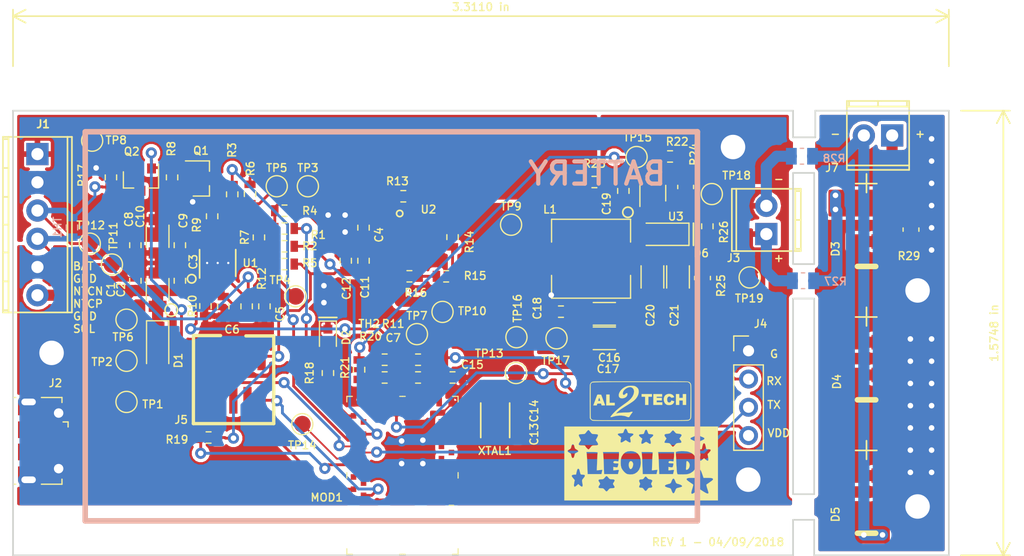
<source format=kicad_pcb>
(kicad_pcb (version 20171130) (host pcbnew "(6.0.0-rc1-dev-233-g53236a383)")
  (title_block (title LEOLED) (date 2018-10-19) (rev 1) (company AL2TECH))
  (layers (0 F.Cu signal) (31 B.Cu signal) (34 B.Paste user) (35 F.Paste user) (36 B.SilkS user) (37 F.SilkS user) (38 B.Mask user) (39 F.Mask user) (44 Edge.Cuts user))
  (net 0 "")
  (net 1 /Power/SOLAR_VDD)
  (net 2 GND)
  (net 3 /LED_Driver/BATT_VDD)
  (net 4 /Power/NTC_P)
  (net 5 "Net-(C6-Pad1)")
  (net 6 /BLE/ADC_I_CHRG)
  (net 7 VDD)
  (net 8 "Net-(C13-Pad2)")
  (net 9 "Net-(C14-Pad1)")
  (net 10 "Net-(C19-Pad1)")
  (net 11 /Power/VUSB)
  (net 12 "Net-(D2-Pad2)")
  (net 13 "Net-(D3-Pad1)")
  (net 14 "Net-(D3-Pad2)")
  (net 15 GNDPWR)
  (net 16 "Net-(D4-Pad2)")
  (net 17 "Net-(D5-Pad2)")
  (net 18 "Net-(D6-Pad2)")
  (net 19 /Power/NTC_N)
  (net 20 "Net-(J2-Pad2)")
  (net 21 "Net-(J2-Pad4)")
  (net 22 "Net-(J2-Pad3)")
  (net 23 /BLE/UART_RX)
  (net 24 /BLE/UART_TX)
  (net 25 /BLE/SWDIO)
  (net 26 /BLE/SWDCLK)
  (net 27 /BLE/SWO)
  (net 28 "Net-(J5-Pad7)")
  (net 29 "Net-(J5-Pad8)")
  (net 30 /BLE/RESET)
  (net 31 "Net-(MOD1-Pad6)")
  (net 32 "Net-(MOD1-Pad7)")
  (net 33 "Net-(MOD1-Pad8)")
  (net 34 "Net-(MOD1-Pad9)")
  (net 35 "Net-(MOD1-Pad10)")
  (net 36 "Net-(MOD1-Pad11)")
  (net 37 "Net-(MOD1-Pad12)")
  (net 38 "Net-(MOD1-Pad15)")
  (net 39 "Net-(MOD1-Pad20)")
  (net 40 /BLE/NTC_SNS)
  (net 41 "Net-(MOD1-Pad22)")
  (net 42 /BLE/NTC_VDD)
  (net 43 "Net-(MOD1-Pad25)")
  (net 44 "Net-(MOD1-Pad26)")
  (net 45 /BLE/DIM)
  (net 46 "Net-(MOD1-Pad28)")
  (net 47 /BLE/LED)
  (net 48 "Net-(MOD1-Pad32)")
  (net 49 /Power/BQ_EN)
  (net 50 /Power/BQ_PG)
  (net 51 /Power/BQ_CHG)
  (net 52 "Net-(MOD1-Pad38)")
  (net 53 "Net-(MOD1-Pad40)")
  (net 54 "Net-(MOD1-Pad41)")
  (net 55 "Net-(MOD1-Pad42)")
  (net 56 "Net-(Q1-Pad3)")
  (net 57 "Net-(R1-Pad1)")
  (net 58 /Power/~PG)
  (net 59 /Power/~CHG)
  (net 60 "Net-(R9-Pad1)")
  (net 61 "Net-(R10-Pad1)")
  (net 62 "Net-(R13-Pad1)")
  (net 63 "Net-(R14-Pad1)")
  (net 64 "Net-(R15-Pad1)")
  (net 65 "Net-(R21-Pad1)")
  (net 66 /LED/LED_P)
  (net 67 /LED/LED_N)
  (module Connector_Terminal_Blocks:TerminalBlock_Pheonix_MPT-2.54mm_2pol (layer F.Cu) (at 221.0054 100.2284 180)
    (fp_text reference J7 (at 5.4102 -2.921 180) (layer F.SilkS) (effects (font (size 0.7 0.7) (thickness 0.125))))
    (fp_text value PHOENIX_MPT_1725656)
    (pad 1 thru_hole rect (at 0 0 180) (size 1.99898 1.99898) (drill 1.09728) (layers *.Cu *.Mask) (net 13 "Net-(D3-Pad1)"))
    (pad 2 thru_hole oval (at 2.54 0 180) (size 1.99898 1.99898) (drill 1.09728) (layers *.Cu *.Mask) (net 17 "Net-(D5-Pad2)"))
  )
  (module Connector_Terminal_Blocks:TerminalBlock_Pheonix_MPT-2.54mm_2pol (layer F.Cu) (at 209.7 109.1 90)
    (fp_text reference J3 (at -2.152 -2.944 180) (layer F.SilkS) (effects (font (size 0.7 0.7) (thickness 0.125))))
    (fp_text value PHOENIX_MPT_1725656)
    (pad 1 thru_hole rect (at 0 0 90) (size 1.99898 1.99898) (drill 1.09728) (layers *.Cu *.Mask) (net 66 /LED/LED_P))
    (pad 2 thru_hole oval (at 2.54 0 90) (size 1.99898 1.99898) (drill 1.09728) (layers *.Cu *.Mask) (net 67 /LED/LED_N))
  )
  (module Modules:BLE_Rigado_BMD-300 (layer F.Cu) (at 177 130.8 90)
    (fp_text reference MOD1 (at -1.993 -6.806 180) (layer F.SilkS) (effects (font (size 0.7 0.7) (thickness 0.125))))
    (fp_text value BMD-300-A-R)
    (pad 47 smd rect (at -2.35 1.65 90) (size 0.5 0.5) (layers F.Cu F.Paste F.Mask) (net 2 GND))
    (pad 46 smd rect (at -2.35 -1.65 90) (size 0.5 0.5) (layers F.Cu F.Paste F.Mask) (net 2 GND))
    (pad 45 smd rect (at -2.35 -4.4 90) (size 0.5 0.5) (layers F.Cu F.Paste F.Mask) (net 2 GND))
    (pad 44 smd rect (at -1.8 -3.5 90) (size 0.5 0.5) (layers F.Cu F.Paste F.Mask) (net 25 /BLE/SWDIO))
    (pad 43 smd rect (at -1.25 -4.4 90) (size 0.5 0.5) (layers F.Cu F.Paste F.Mask) (net 26 /BLE/SWDCLK))
    (pad 42 smd rect (at -0.7 -3.5 90) (size 0.5 0.5) (layers F.Cu F.Paste F.Mask) (net 55 "Net-(MOD1-Pad42)"))
    (pad 41 smd rect (at -0.15 -4.4 90) (size 0.5 0.5) (layers F.Cu F.Paste F.Mask) (net 54 "Net-(MOD1-Pad41)"))
    (pad 40 smd rect (at 0.4 -3.5 90) (size 0.5 0.5) (layers F.Cu F.Paste F.Mask) (net 53 "Net-(MOD1-Pad40)"))
    (pad 39 smd rect (at 0.95 -4.4 90) (size 0.5 0.5) (layers F.Cu F.Paste F.Mask) (net 30 /BLE/RESET))
    (pad 38 smd rect (at 1.5 -3.5 90) (size 0.5 0.5) (layers F.Cu F.Paste F.Mask) (net 52 "Net-(MOD1-Pad38)"))
    (pad 37 smd rect (at 2.05 -4.4 90) (size 0.5 0.5) (layers F.Cu F.Paste F.Mask) (net 24 /BLE/UART_TX))
    (pad 36 smd rect (at 2.6 -3.5 90) (size 0.5 0.5) (layers F.Cu F.Paste F.Mask) (net 27 /BLE/SWO))
    (pad 35 smd rect (at 3.15 -4.4 90) (size 0.5 0.5) (layers F.Cu F.Paste F.Mask) (net 51 /Power/BQ_CHG))
    (pad 34 smd rect (at 3.7 -3.5 90) (size 0.5 0.5) (layers F.Cu F.Paste F.Mask) (net 50 /Power/BQ_PG))
    (pad 33 smd rect (at 4.25 -4.4 90) (size 0.5 0.5) (layers F.Cu F.Paste F.Mask) (net 49 /Power/BQ_EN))
    (pad 32 smd rect (at 4.8 -3.5 90) (size 0.5 0.5) (layers F.Cu F.Paste F.Mask) (net 48 "Net-(MOD1-Pad32)"))
    (pad 31 smd rect (at 5.35 -4.4 90) (size 0.5 0.5) (layers F.Cu F.Paste F.Mask) (net 47 /BLE/LED))
    (pad 30 smd rect (at 6.45 -4.4 90) (size 0.5 0.5) (layers F.Cu F.Paste F.Mask) (net 2 GND))
    (pad 29 smd rect (at 6.45 -3.3 90) (size 0.5 0.5) (layers F.Cu F.Paste F.Mask) (net 2 GND))
    (pad 28 smd rect (at 5.55 -2.75 90) (size 0.5 0.5) (layers F.Cu F.Paste F.Mask) (net 46 "Net-(MOD1-Pad28)"))
    (pad 27 smd rect (at 6.45 -2.2 90) (size 0.5 0.5) (layers F.Cu F.Paste F.Mask) (net 45 /BLE/DIM))
    (pad 26 smd rect (at 5.55 -1.65 90) (size 0.5 0.5) (layers F.Cu F.Paste F.Mask) (net 44 "Net-(MOD1-Pad26)"))
    (pad 25 smd rect (at 6.45 -1.1 90) (size 0.5 0.5) (layers F.Cu F.Paste F.Mask) (net 43 "Net-(MOD1-Pad25)"))
    (pad 24 smd rect (at 5.55 -0.55 90) (size 0.5 0.5) (layers F.Cu F.Paste F.Mask) (net 23 /BLE/UART_RX))
    (pad 23 smd rect (at 6.45 0 90) (size 0.5 0.5) (layers F.Cu F.Paste F.Mask) (net 42 /BLE/NTC_VDD))
    (pad 22 smd rect (at 5.55 0.55 90) (size 0.5 0.5) (layers F.Cu F.Paste F.Mask) (net 41 "Net-(MOD1-Pad22)"))
    (pad 21 smd rect (at 6.45 1.1 90) (size 0.5 0.5) (layers F.Cu F.Paste F.Mask) (net 40 /BLE/NTC_SNS))
    (pad 20 smd rect (at 5.55 1.65 90) (size 0.5 0.5) (layers F.Cu F.Paste F.Mask) (net 39 "Net-(MOD1-Pad20)"))
    (pad 19 smd rect (at 6.45 2.2 90) (size 0.5 0.5) (layers F.Cu F.Paste F.Mask) (net 6 /BLE/ADC_I_CHRG))
    (pad 18 smd rect (at 5.55 2.75 90) (size 0.5 0.5) (layers F.Cu F.Paste F.Mask) (net 2 GND))
    (pad 17 smd rect (at 6.45 3.3 90) (size 0.5 0.5) (layers F.Cu F.Paste F.Mask) (net 7 VDD))
    (pad 16 smd rect (at 6.45 4.4 90) (size 0.5 0.5) (layers F.Cu F.Paste F.Mask) (net 2 GND))
    (pad 15 smd rect (at 5.35 4.4 90) (size 0.5 0.5) (layers F.Cu F.Paste F.Mask) (net 38 "Net-(MOD1-Pad15)"))
    (pad 14 smd rect (at 4.8 3.5 90) (size 0.5 0.5) (layers F.Cu F.Paste F.Mask) (net 9 "Net-(C14-Pad1)"))
    (pad 13 smd rect (at 4.25 4.4 90) (size 0.5 0.5) (layers F.Cu F.Paste F.Mask) (net 8 "Net-(C13-Pad2)"))
    (pad 12 smd rect (at 3.7 3.5 90) (size 0.5 0.5) (layers F.Cu F.Paste F.Mask) (net 37 "Net-(MOD1-Pad12)"))
    (pad 11 smd rect (at 3.15 4.4 90) (size 0.5 0.5) (layers F.Cu F.Paste F.Mask) (net 36 "Net-(MOD1-Pad11)"))
    (pad 10 smd rect (at 2.6 3.5 90) (size 0.5 0.5) (layers F.Cu F.Paste F.Mask) (net 35 "Net-(MOD1-Pad10)"))
    (pad 9 smd rect (at 2.05 4.4 90) (size 0.5 0.5) (layers F.Cu F.Paste F.Mask) (net 34 "Net-(MOD1-Pad9)"))
    (pad 8 smd rect (at 1.5 3.5 90) (size 0.5 0.5) (layers F.Cu F.Paste F.Mask) (net 33 "Net-(MOD1-Pad8)"))
    (pad 7 smd rect (at 0.95 4.4 90) (size 0.5 0.5) (layers F.Cu F.Paste F.Mask) (net 32 "Net-(MOD1-Pad7)"))
    (pad 6 smd rect (at 0.4 3.5 90) (size 0.5 0.5) (layers F.Cu F.Paste F.Mask) (net 31 "Net-(MOD1-Pad6)"))
    (pad 5 smd rect (at -0.15 4.4 90) (size 0.5 0.5) (layers F.Cu F.Paste F.Mask) (net 2 GND))
    (pad 4 smd rect (at -0.7 3.5 90) (size 0.5 0.5) (layers F.Cu F.Paste F.Mask) (net 2 GND))
    (pad 3 smd rect (at -1.25 4.4 90) (size 0.5 0.5) (layers F.Cu F.Paste F.Mask) (net 2 GND))
    (pad 2 smd rect (at -1.8 3.5 90) (size 0.5 0.5) (layers F.Cu F.Paste F.Mask) (net 2 GND))
    (pad 1 smd rect (at -2.35 4.4 90) (size 0.5 0.5) (layers F.Cu F.Paste F.Mask) (net 2 GND))
  )
  (module Mechanical:MountingHole_2.2mm_M2_ISO7380_Pad (layer F.Cu) (at 223.2914 114.173)
    (fp_text reference M5)
    (fp_text value MountigHole_M2)
    (pad 1 thru_hole circle (at 0 0) (size 3.5 3.5) (drill 2.2) (layers *.Cu *.Mask) (net 15 GNDPWR))
  )
  (module Mechanical:MountingHole_2.2mm_M2_ISO7380_Pad (layer F.Cu) (at 208.0768 131.191)
    (fp_text reference M3)
    (fp_text value MountigHole_M2)
    (pad 1 thru_hole circle (at 0 0) (size 3.5 3.5) (drill 2.2) (layers *.Cu *.Mask) (net 2 GND))
  )
  (module Mechanical:MountingHole_2.2mm_M2_ISO7380_Pad (layer F.Cu) (at 206.7052 101.2698)
    (fp_text reference M2)
    (fp_text value MountigHole_M2)
    (pad 1 thru_hole circle (at 0 0) (size 3.5 3.5) (drill 2.2) (layers *.Cu *.Mask) (net 2 GND))
  )
  (module Mechanical:MountingHole_2.2mm_M2_ISO7380_Pad (layer F.Cu) (at 145.4658 119.7864)
    (fp_text reference M1)
    (fp_text value MountigHole_M2)
    (pad 1 thru_hole circle (at 0 0) (size 3.5 3.5) (drill 2.2) (layers *.Cu *.Mask) (net 2 GND))
  )
  (module Mechanical:MountingHole_2.2mm_M2_ISO7380_Pad (layer F.Cu) (at 223.2914 133.604)
    (fp_text reference M4)
    (fp_text value MountigHole_M2)
    (pad 1 thru_hole circle (at 0 0) (size 3.5 3.5) (drill 2.2) (layers *.Cu *.Mask) (net 15 GNDPWR))
  )
  (module Diode_SMD:D_SOD-123FL (layer F.Cu) (at 155 119.1 270)
    (fp_text reference D1 (at 1.374 -1.859 270) (layer F.SilkS) (effects (font (size 0.7 0.7) (thickness 0.125))))
    (fp_text value MBR120VLSFT1G)
    (pad 2 smd rect (at 1.475 0 270) (size 1.25 1.22) (layers F.Cu F.Paste F.Mask) (net 11 /Power/VUSB))
    (pad 1 smd rect (at -1.475 0 270) (size 1.25 1.22) (layers F.Cu F.Paste F.Mask) (net 1 /Power/SOLAR_VDD))
  )
  (module Resistor_SMD:R_0805_2012Metric (layer F.Cu) (at 202.447686 104.86417 90)
    (fp_text reference R24 (at 2.93217 0.766314 90) (layer F.SilkS) (effects (font (size 0.7 0.7) (thickness 0.125))))
    (fp_text value 1.5)
    (pad 2 smd rect (at 0.955 0 90) (size 0.97 1.5) (layers F.Cu F.Paste F.Mask) (net 2 GND))
    (pad 1 smd rect (at -0.955 0 90) (size 0.97 1.5) (layers F.Cu F.Paste F.Mask) (net 67 /LED/LED_N))
  )
  (module Resistor_SMD:R_0805_2012Metric (layer B.Cu) (at 213 113.3)
    (fp_text reference R27 (at 2.914 0.062) (layer B.SilkS) (effects (font (size 0.7 0.7) (thickness 0.125)) (justify mirror)))
    (fp_text value 0)
    (pad 2 smd rect (at 0.955 0) (size 0.97 1.5) (layers B.Cu B.Paste B.Mask) (net 13 "Net-(D3-Pad1)"))
    (pad 1 smd rect (at -0.955 0) (size 0.97 1.5) (layers B.Cu B.Paste B.Mask) (net 66 /LED/LED_P))
  )
  (module Resistor_SMD:R_0805_2012Metric (layer B.Cu) (at 212.9 102.1)
    (fp_text reference R28 (at 2.887 0.213) (layer B.SilkS) (effects (font (size 0.7 0.7) (thickness 0.125)) (justify mirror)))
    (fp_text value 0)
    (pad 2 smd rect (at 0.955 0) (size 0.97 1.5) (layers B.Cu B.Paste B.Mask) (net 17 "Net-(D5-Pad2)"))
    (pad 1 smd rect (at -0.955 0) (size 0.97 1.5) (layers B.Cu B.Paste B.Mask) (net 67 /LED/LED_N))
  )
  (module Resistor_SMD:R_0805_2012Metric (layer F.Cu) (at 222.7 108.7 90)
    (fp_text reference R29 (at -2.376 -0.182 180) (layer F.SilkS) (effects (font (size 0.7 0.7) (thickness 0.125))))
    (fp_text value 0)
    (pad 2 smd rect (at 0.955 0 90) (size 0.97 1.5) (layers F.Cu F.Paste F.Mask) (net 13 "Net-(D3-Pad1)"))
    (pad 1 smd rect (at -0.955 0 90) (size 0.97 1.5) (layers F.Cu F.Paste F.Mask) (net 14 "Net-(D3-Pad2)"))
  )
  (module LED_SMD:Cree_MLC (layer F.Cu) (at 218.7 108.3 270)
    (fp_text reference D3 (at 2.141 2.786 270) (layer F.SilkS) (effects (font (size 0.7 0.7) (thickness 0.125))))
    (fp_text value MLCAWT-A1-0000-000051)
    (pad 3 smd rect (at 0 0 270) (size 0.7 3.2) (layers F.Cu F.Paste F.Mask) (net 15 GNDPWR))
    (pad 2 smd rect (at 1.475 1.025 270) (size 1.3 1.15) (layers F.Cu F.Paste F.Mask) (net 14 "Net-(D3-Pad2)"))
    (pad 2 smd rect (at 1.475 -1.025 270) (size 1.3 1.15) (layers F.Cu F.Paste F.Mask) (net 14 "Net-(D3-Pad2)"))
    (pad 1 smd rect (at -1.475 1.025 270) (size 1.3 1.15) (layers F.Cu F.Paste F.Mask) (net 13 "Net-(D3-Pad1)"))
    (pad 1 smd rect (at -1.475 -1.025 270) (size 1.3 1.15) (layers F.Cu F.Paste F.Mask) (net 13 "Net-(D3-Pad1)"))
  )
  (module LED_SMD:Cree_MLC (layer F.Cu) (at 218.7 120.3 270)
    (fp_text reference D4 (at 2.079 2.659 270) (layer F.SilkS) (effects (font (size 0.7 0.7) (thickness 0.125))))
    (fp_text value MLCAWT-A1-0000-000051)
    (pad 3 smd rect (at 0 0 270) (size 0.7 3.2) (layers F.Cu F.Paste F.Mask) (net 15 GNDPWR))
    (pad 2 smd rect (at 1.475 1.025 270) (size 1.3 1.15) (layers F.Cu F.Paste F.Mask) (net 16 "Net-(D4-Pad2)"))
    (pad 2 smd rect (at 1.475 -1.025 270) (size 1.3 1.15) (layers F.Cu F.Paste F.Mask) (net 16 "Net-(D4-Pad2)"))
    (pad 1 smd rect (at -1.475 1.025 270) (size 1.3 1.15) (layers F.Cu F.Paste F.Mask) (net 14 "Net-(D3-Pad2)"))
    (pad 1 smd rect (at -1.475 -1.025 270) (size 1.3 1.15) (layers F.Cu F.Paste F.Mask) (net 14 "Net-(D3-Pad2)"))
  )
  (module LED_SMD:Cree_MLC (layer F.Cu) (at 218.7 132.3 270)
    (fp_text reference D5 (at 2.017 2.786 270) (layer F.SilkS) (effects (font (size 0.7 0.7) (thickness 0.125))))
    (fp_text value MLCAWT-A1-0000-000051)
    (pad 3 smd rect (at 0 0 270) (size 0.7 3.2) (layers F.Cu F.Paste F.Mask) (net 15 GNDPWR))
    (pad 2 smd rect (at 1.475 1.025 270) (size 1.3 1.15) (layers F.Cu F.Paste F.Mask) (net 17 "Net-(D5-Pad2)"))
    (pad 2 smd rect (at 1.475 -1.025 270) (size 1.3 1.15) (layers F.Cu F.Paste F.Mask) (net 17 "Net-(D5-Pad2)"))
    (pad 1 smd rect (at -1.475 1.025 270) (size 1.3 1.15) (layers F.Cu F.Paste F.Mask) (net 16 "Net-(D4-Pad2)"))
    (pad 1 smd rect (at -1.475 -1.025 270) (size 1.3 1.15) (layers F.Cu F.Paste F.Mask) (net 16 "Net-(D4-Pad2)"))
  )
  (module Diode_SMD:D_SOD-123 (layer F.Cu) (at 200.547686 109.11917 180)
    (fp_text reference D6 (at -3.301314 -1.70283 180) (layer F.SilkS) (effects (font (size 0.7 0.7) (thickness 0.125))))
    (fp_text value MBR0580S1-7)
    (pad 2 smd rect (at 1.575 0 180) (size 0.9 0.95) (layers F.Cu F.Paste F.Mask) (net 18 "Net-(D6-Pad2)"))
    (pad 1 smd rect (at -1.575 0 180) (size 0.9 0.95) (layers F.Cu F.Paste F.Mask) (net 66 /LED/LED_P))
  )
  (module Crystal:ABS07-32.768KHZ-7-T (layer F.Cu) (at 185.33265 125.901042 90)
    (fp_text reference XTAL1 (at -2.700958 -0.02565 180) (layer F.SilkS) (effects (font (size 0.7 0.7) (thickness 0.125))))
    (fp_text value ABS07-32.768KHZ)
    (pad 2 smd rect (at 1.25 0 90) (size 1.1 1.9) (layers F.Cu F.Paste F.Mask) (net 9 "Net-(C14-Pad1)"))
    (pad 1 smd rect (at -1.25 0 90) (size 1.1 1.9) (layers F.Cu F.Paste F.Mask) (net 8 "Net-(C13-Pad2)"))
  )
  (module Ceramic_Capacitor_SMD:C_0603_1608Metric (layer F.Cu) (at 152.995517 113.300521 90)
    (fp_text reference C1 (at -0.799479 -2.195517 90) (layer F.SilkS) (effects (font (size 0.7 0.7) (thickness 0.125))))
    (fp_text value 1uF)
    (pad 2 smd rect (at 0.875 0 90) (size 0.67 1) (layers F.Cu F.Paste F.Mask) (net 2 GND))
    (pad 1 smd rect (at -0.875 0 90) (size 0.67 1) (layers F.Cu F.Paste F.Mask) (net 1 /Power/SOLAR_VDD))
  )
  (module Ceramic_Capacitor_SMD:C_0603_1608Metric (layer F.Cu) (at 156.995517 113.300521 90)
    (fp_text reference C3 (at 1.700521 1.204483 90) (layer F.SilkS) (effects (font (size 0.7 0.7) (thickness 0.125))))
    (fp_text value 0.1uF)
    (pad 2 smd rect (at 0.875 0 90) (size 0.67 1) (layers F.Cu F.Paste F.Mask) (net 2 GND))
    (pad 1 smd rect (at -0.875 0 90) (size 0.67 1) (layers F.Cu F.Paste F.Mask) (net 1 /Power/SOLAR_VDD))
  )
  (module Ceramic_Capacitor_SMD:C_0603_1608Metric (layer F.Cu) (at 173.5 108.525 270)
    (fp_text reference C4 (at 0.646 -1.393 270) (layer F.SilkS) (effects (font (size 0.7 0.7) (thickness 0.125))))
    (fp_text value 1uF)
    (pad 2 smd rect (at 0.875 0 270) (size 0.67 1) (layers F.Cu F.Paste F.Mask) (net 2 GND))
    (pad 1 smd rect (at -0.875 0 270) (size 0.67 1) (layers F.Cu F.Paste F.Mask) (net 3 /LED_Driver/BATT_VDD))
  )
  (module Ceramic_Capacitor_SMD:C_0603_1608Metric (layer F.Cu) (at 164.595517 115.600521 270)
    (fp_text reference C5 (at 0.682479 -1.407483 270) (layer F.SilkS) (effects (font (size 0.7 0.7) (thickness 0.125))))
    (fp_text value 1uF)
    (pad 2 smd rect (at 0.875 0 270) (size 0.67 1) (layers F.Cu F.Paste F.Mask) (net 2 GND))
    (pad 1 smd rect (at -0.875 0 270) (size 0.67 1) (layers F.Cu F.Paste F.Mask) (net 4 /Power/NTC_P))
  )
  (module Ceramic_Capacitor_SMD:C_0603_1608Metric (layer F.Cu) (at 160.895517 115.600521 270)
    (fp_text reference C6 (at 2.079479 -0.789483) (layer F.SilkS) (effects (font (size 0.7 0.7) (thickness 0.125))))
    (fp_text value 1uF)
    (pad 2 smd rect (at 0.875 0 270) (size 0.67 1) (layers F.Cu F.Paste F.Mask) (net 2 GND))
    (pad 1 smd rect (at -0.875 0 270) (size 0.67 1) (layers F.Cu F.Paste F.Mask) (net 5 "Net-(C6-Pad1)"))
  )
  (module Ceramic_Capacitor_SMD:C_0603_1608Metric (layer F.Cu) (at 178.4 122 180)
    (fp_text reference C7 (at 2.237 3.558 180) (layer F.SilkS) (effects (font (size 0.7 0.7) (thickness 0.125))))
    (fp_text value 1uF)
    (pad 2 smd rect (at 0.875 0 180) (size 0.67 1) (layers F.Cu F.Paste F.Mask) (net 2 GND))
    (pad 1 smd rect (at -0.875 0 180) (size 0.67 1) (layers F.Cu F.Paste F.Mask) (net 6 /BLE/ADC_I_CHRG))
  )
  (module Ceramic_Capacitor_SMD:C_0603_1608Metric (layer F.Cu) (at 152.995517 110.100521 270)
    (fp_text reference C8 (at -2.326521 0.581517 270) (layer F.SilkS) (effects (font (size 0.7 0.7) (thickness 0.125))))
    (fp_text value 1uF)
    (pad 2 smd rect (at 0.875 0 270) (size 0.67 1) (layers F.Cu F.Paste F.Mask) (net 2 GND))
    (pad 1 smd rect (at -0.875 0 270) (size 0.67 1) (layers F.Cu F.Paste F.Mask) (net 3 /LED_Driver/BATT_VDD))
  )
  (module Ceramic_Capacitor_SMD:C_0603_1608Metric (layer F.Cu) (at 156.995517 110.100521 270)
    (fp_text reference C9 (at -2.200521 -0.304483 270) (layer F.SilkS) (effects (font (size 0.7 0.7) (thickness 0.125))))
    (fp_text value 0.1uF)
    (pad 2 smd rect (at 0.875 0 270) (size 0.67 1) (layers F.Cu F.Paste F.Mask) (net 2 GND))
    (pad 1 smd rect (at -0.875 0 270) (size 0.67 1) (layers F.Cu F.Paste F.Mask) (net 3 /LED_Driver/BATT_VDD))
  )
  (module Ceramic_Capacitor_SMD:C_0603_1608Metric (layer F.Cu) (at 173.5 111.5 90)
    (fp_text reference C11 (at -2.37 0.123 90) (layer F.SilkS) (effects (font (size 0.7 0.7) (thickness 0.125))))
    (fp_text value 1uF)
    (pad 2 smd rect (at 0.875 0 90) (size 0.67 1) (layers F.Cu F.Paste F.Mask) (net 2 GND))
    (pad 1 smd rect (at -0.875 0 90) (size 0.67 1) (layers F.Cu F.Paste F.Mask) (net 7 VDD))
  )
  (module Ceramic_Capacitor_SMD:C_0603_1608Metric (layer F.Cu) (at 171.9 111.5 90)
    (fp_text reference C12 (at -2.497 0.072 90) (layer F.SilkS) (effects (font (size 0.7 0.7) (thickness 0.125))))
    (fp_text value 0.1uF)
    (pad 2 smd rect (at 0.875 0 90) (size 0.67 1) (layers F.Cu F.Paste F.Mask) (net 2 GND))
    (pad 1 smd rect (at -0.875 0 90) (size 0.67 1) (layers F.Cu F.Paste F.Mask) (net 7 VDD))
  )
  (module Ceramic_Capacitor_SMD:C_0603_1608Metric (layer F.Cu) (at 181.5 122)
    (fp_text reference C15 (at 1.775 -1.145) (layer F.SilkS) (effects (font (size 0.7 0.7) (thickness 0.125))))
    (fp_text value 4.7uF)
    (pad 2 smd rect (at 0.875 0) (size 0.67 1) (layers F.Cu F.Paste F.Mask) (net 2 GND))
    (pad 1 smd rect (at -0.875 0) (size 0.67 1) (layers F.Cu F.Paste F.Mask) (net 7 VDD))
  )
  (module Ceramic_Capacitor_SMD:C_0603_1608Metric (layer F.Cu) (at 191.243471 116.077377 180)
    (fp_text reference C18 (at 2.126471 0.302377 270) (layer F.SilkS) (effects (font (size 0.7 0.7) (thickness 0.125))))
    (fp_text value 0.1uF)
    (pad 2 smd rect (at 0.875 0 180) (size 0.67 1) (layers F.Cu F.Paste F.Mask) (net 2 GND))
    (pad 1 smd rect (at -0.875 0 180) (size 0.67 1) (layers F.Cu F.Paste F.Mask) (net 3 /LED_Driver/BATT_VDD))
  )
  (module Ceramic_Capacitor_SMD:C_0603_1608Metric (layer F.Cu) (at 196.847686 105.21917 270)
    (fp_text reference C19 (at 1.15783 1.507686 270) (layer F.SilkS) (effects (font (size 0.7 0.7) (thickness 0.125))))
    (fp_text value 1uF)
    (pad 2 smd rect (at 0.875 0 270) (size 0.67 1) (layers F.Cu F.Paste F.Mask) (net 2 GND))
    (pad 1 smd rect (at -0.875 0 270) (size 0.67 1) (layers F.Cu F.Paste F.Mask) (net 10 "Net-(C19-Pad1)"))
  )
  (module Connector_Terminal_Blocks:TerminalBlock_Pheonix_MPT-2.54mm_6pol (layer F.Cu) (at 144.1958 101.9048 270)
    (fp_text reference J1 (at -2.6924 -0.508 180) (layer F.SilkS) (effects (font (size 0.7 0.7))))
    (fp_text value PHEONIX_MPT_1725698)
    (pad 6 thru_hole oval (at 12.7 0 90) (size 1.99898 1.99898) (drill 1.09728) (layers *.Cu *.Mask) (net 1 /Power/SOLAR_VDD))
    (pad 5 thru_hole oval (at 10.16 0 90) (size 1.99898 1.99898) (drill 1.09728) (layers *.Cu *.Mask) (net 2 GND))
    (pad 3 thru_hole oval (at 5.08 0 90) (size 1.99898 1.99898) (drill 1.09728) (layers *.Cu *.Mask) (net 19 /Power/NTC_N))
    (pad 2 thru_hole oval (at 2.54 0 90) (size 1.99898 1.99898) (drill 1.09728) (layers *.Cu *.Mask) (net 2 GND))
    (pad 1 thru_hole rect (at 0 0 90) (size 1.99898 1.99898) (drill 1.09728) (layers *.Cu *.Mask) (net 3 /LED_Driver/BATT_VDD))
    (pad 4 thru_hole oval (at 7.62 0 90) (size 1.99898 1.99898) (drill 1.09728) (layers *.Cu *.Mask) (net 4 /Power/NTC_P))
  )
  (module Ceramic_Capacitor_SMD:C_1206_3216Metric (layer F.Cu) (at 154.995517 114.100521 90)
    (fp_text reference C2 (at 0.000521 -3.295517 90) (layer F.SilkS) (effects (font (size 0.7 0.7) (thickness 0.125))))
    (fp_text value 10uF)
    (pad 2 smd rect (at 1.5 0 90) (size 1 1.6) (layers F.Cu F.Paste F.Mask) (net 2 GND))
    (pad 1 smd rect (at -1.5 0 90) (size 1 1.6) (layers F.Cu F.Paste F.Mask) (net 1 /Power/SOLAR_VDD))
  )
  (module Ceramic_Capacitor_SMD:C_1206_3216Metric (layer F.Cu) (at 154.995517 109.300521 270)
    (fp_text reference C10 (at -1.780521 1.565517 270) (layer F.SilkS) (effects (font (size 0.7 0.7) (thickness 0.125))))
    (fp_text value 10uF)
    (pad 2 smd rect (at 1.5 0 270) (size 1 1.6) (layers F.Cu F.Paste F.Mask) (net 2 GND))
    (pad 1 smd rect (at -1.5 0 270) (size 1 1.6) (layers F.Cu F.Paste F.Mask) (net 3 /LED_Driver/BATT_VDD))
  )
  (module Ceramic_Capacitor_SMD:C_0402_1005Metric (layer F.Cu) (at 187.33265 127.101042 270)
    (fp_text reference C13 (at 0 -1.5 270) (layer F.SilkS) (effects (font (size 0.7 0.7) (thickness 0.125))))
    (fp_text value 6pF)
    (pad 2 smd rect (at 0.3875 0 270) (size 0.575 0.65) (layers F.Cu F.Paste F.Mask) (net 8 "Net-(C13-Pad2)"))
    (pad 1 smd rect (at -0.3875 0 270) (size 0.575 0.65) (layers F.Cu F.Paste F.Mask) (net 2 GND))
  )
  (module Ceramic_Capacitor_SMD:C_0402_1005Metric (layer F.Cu) (at 187.33265 125.013542 270)
    (fp_text reference C14 (at 0 -1.5 270) (layer F.SilkS) (effects (font (size 0.7 0.7) (thickness 0.125))))
    (fp_text value 6pF)
    (pad 2 smd rect (at 0.3875 0 270) (size 0.575 0.65) (layers F.Cu F.Paste F.Mask) (net 2 GND))
    (pad 1 smd rect (at -0.3875 0 270) (size 0.575 0.65) (layers F.Cu F.Paste F.Mask) (net 9 "Net-(C14-Pad1)"))
  )
  (module Ceramic_Capacitor_SMD:C_1206_3216Metric (layer F.Cu) (at 195.143471 116.277377)
    (fp_text reference C16 (at 0.450529 3.942623) (layer F.SilkS) (effects (font (size 0.7 0.7) (thickness 0.125))))
    (fp_text value 10uF)
    (pad 2 smd rect (at 1.5 0) (size 1 1.6) (layers F.Cu F.Paste F.Mask) (net 2 GND))
    (pad 1 smd rect (at -1.5 0) (size 1 1.6) (layers F.Cu F.Paste F.Mask) (net 3 /LED_Driver/BATT_VDD))
  )
  (module Ceramic_Capacitor_SMD:C_1206_3216Metric (layer F.Cu) (at 195.143471 118.477377)
    (fp_text reference C17 (at 0.323529 2.758623) (layer F.SilkS) (effects (font (size 0.7 0.7) (thickness 0.125))))
    (fp_text value 10uF)
    (pad 2 smd rect (at 1.5 0) (size 1 1.6) (layers F.Cu F.Paste F.Mask) (net 2 GND))
    (pad 1 smd rect (at -1.5 0) (size 1 1.6) (layers F.Cu F.Paste F.Mask) (net 3 /LED_Driver/BATT_VDD))
  )
  (module Ceramic_Capacitor_SMD:C_1206_3216Metric (layer F.Cu) (at 199.463439 112.954967 270)
    (fp_text reference C20 (at 3.455033 0.186439 270) (layer F.SilkS) (effects (font (size 0.7 0.7) (thickness 0.125))))
    (fp_text value 4.7uF)
    (pad 2 smd rect (at 1.5 0 270) (size 1 1.6) (layers F.Cu F.Paste F.Mask) (net 2 GND))
    (pad 1 smd rect (at -1.5 0 270) (size 1 1.6) (layers F.Cu F.Paste F.Mask) (net 66 /LED/LED_P))
  )
  (module Ceramic_Capacitor_SMD:C_1206_3216Metric (layer F.Cu) (at 201.763439 112.954967 270)
    (fp_text reference C21 (at 3.455033 0.327439 270) (layer F.SilkS) (effects (font (size 0.7 0.7) (thickness 0.125))))
    (fp_text value 4.7uF)
    (pad 2 smd rect (at 1.5 0 270) (size 1 1.6) (layers F.Cu F.Paste F.Mask) (net 2 GND))
    (pad 1 smd rect (at -1.5 0 270) (size 1 1.6) (layers F.Cu F.Paste F.Mask) (net 66 /LED/LED_P))
  )
  (module LED_SMD:LED_0603_1608Metric (layer F.Cu) (at 170.3 118.4 270)
    (fp_text reference D2 (at 0 -1.65 270) (layer F.SilkS) (effects (font (size 0.7 0.7) (thickness 0.125))))
    (fp_text value LTST-C191KGKT)
    (pad 2 smd rect (at 0.75 0 270) (size 0.8 0.8) (layers F.Cu F.Paste F.Mask) (net 12 "Net-(D2-Pad2)"))
    (pad 1 smd rect (at -0.75 0 270) (size 0.8 0.8) (layers F.Cu F.Paste F.Mask) (net 2 GND))
  )
  (module USB_connector:USB_Micro-B_Molex-105017-0001 (layer F.Cu) (at 143.75 127.7 270)
    (fp_text reference J2 (at -5.194 -2.06 180) (layer F.SilkS) (effects (font (size 0.7 0.7) (thickness 0.125))))
    (fp_text value USB_MicroB)
    (pad 6 smd rect (at -2.9 0.35 270) (size 1.2 1.9) (layers F.Cu F.Mask) (net 2 GND))
    (pad 6 smd rect (at 2.9 0.35 270) (size 1.2 1.9) (layers F.Cu F.Mask) (net 2 GND))
    (pad 6 thru_hole oval (at 3.5 0.35 270) (size 1.2 1.9) (drill oval 0.6 1.3) (layers *.Cu *.Mask) (net 2 GND))
    (pad 6 thru_hole oval (at -3.5 0.35 90) (size 1.2 1.9) (drill oval 0.6 1.3) (layers *.Cu *.Mask) (net 2 GND))
    (pad 6 smd rect (at -1 0.35 270) (size 1.5 1.9) (layers F.Cu F.Paste F.Mask) (net 2 GND))
    (pad 6 thru_hole circle (at 2.5 -2.35 270) (size 1.45 1.45) (drill 0.85) (layers *.Cu *.Mask) (net 2 GND))
    (pad 3 smd rect (at 0 -2.35 270) (size 0.4 1.35) (layers F.Cu F.Paste F.Mask) (net 22 "Net-(J2-Pad3)"))
    (pad 4 smd rect (at 0.65 -2.35 270) (size 0.4 1.35) (layers F.Cu F.Paste F.Mask) (net 21 "Net-(J2-Pad4)"))
    (pad 5 smd rect (at 1.3 -2.35 270) (size 0.4 1.35) (layers F.Cu F.Paste F.Mask) (net 2 GND))
    (pad 1 smd rect (at -1.3 -2.35 270) (size 0.4 1.35) (layers F.Cu F.Paste F.Mask) (net 11 /Power/VUSB))
    (pad 2 smd rect (at -0.65 -2.35 270) (size 0.4 1.35) (layers F.Cu F.Paste F.Mask) (net 20 "Net-(J2-Pad2)"))
    (pad 6 thru_hole circle (at -2.5 -2.35 270) (size 1.45 1.45) (drill 0.85) (layers *.Cu *.Mask) (net 2 GND))
    (pad 6 smd rect (at 1 0.35 270) (size 1.5 1.9) (layers F.Cu F.Paste F.Mask) (net 2 GND))
  )
  (module Connector_Pin_Header:Pin_Header_Straight_1x04_Pitch2.54mm (layer F.Cu) (at 208.1 119.6)
    (fp_text reference J4 (at 1.083 -2.428) (layer F.SilkS) (effects (font (size 0.7 0.7) (thickness 0.125))))
    (fp_text value WURTH_61300411121)
    (pad 4 thru_hole oval (at 0 7.62) (size 1.7 1.7) (drill 1) (layers *.Cu *.Mask) (net 7 VDD))
    (pad 3 thru_hole oval (at 0 5.08) (size 1.7 1.7) (drill 1) (layers *.Cu *.Mask) (net 24 /BLE/UART_TX))
    (pad 2 thru_hole oval (at 0 2.54) (size 1.7 1.7) (drill 1) (layers *.Cu *.Mask) (net 23 /BLE/UART_RX))
    (pad 1 thru_hole rect (at 0 0) (size 1.7 1.7) (drill 1) (layers *.Cu *.Mask) (net 2 GND))
  )
  (module Connector_Pin_Header:Pin_Header_Straight_2x05_Pitch1.27mm_SMD (layer F.Cu) (at 161.8 122.1 270)
    (fp_text reference J5 (at 3.708 4.687) (layer F.SilkS) (effects (font (size 0.7 0.7) (thickness 0.125))))
    (fp_text value FTSH-105-01-F-DV-K)
    (pad 10 smd rect (at 1.95 2.54 270) (size 2.4 0.74) (layers F.Cu F.Paste F.Mask) (net 30 /BLE/RESET))
    (pad 9 smd rect (at -1.95 2.54 270) (size 2.4 0.74) (layers F.Cu F.Paste F.Mask) (net 2 GND))
    (pad 8 smd rect (at 1.95 1.27 270) (size 2.4 0.74) (layers F.Cu F.Paste F.Mask) (net 29 "Net-(J5-Pad8)"))
    (pad 7 smd rect (at -1.95 1.27 270) (size 2.4 0.74) (layers F.Cu F.Paste F.Mask) (net 28 "Net-(J5-Pad7)"))
    (pad 6 smd rect (at 1.95 0 270) (size 2.4 0.74) (layers F.Cu F.Paste F.Mask) (net 27 /BLE/SWO))
    (pad 5 smd rect (at -1.95 0 270) (size 2.4 0.74) (layers F.Cu F.Paste F.Mask) (net 2 GND))
    (pad 4 smd rect (at 1.95 -1.27 270) (size 2.4 0.74) (layers F.Cu F.Paste F.Mask) (net 26 /BLE/SWDCLK))
    (pad 3 smd rect (at -1.95 -1.27 270) (size 2.4 0.74) (layers F.Cu F.Paste F.Mask) (net 2 GND))
    (pad 2 smd rect (at 1.95 -2.54 270) (size 2.4 0.74) (layers F.Cu F.Paste F.Mask) (net 25 /BLE/SWDIO))
    (pad 1 smd rect (at -1.95 -2.54 270) (size 2.4 0.74) (layers F.Cu F.Paste F.Mask) (net 7 VDD))
  )
  (module Inductor_SMD:L_Wurth_5030 (layer F.Cu) (at 193.947686 111.31917 180)
    (fp_text reference L1 (at 3.687686 4.43417 180) (layer F.SilkS) (effects (font (size 0.7 0.7) (thickness 0.125))))
    (fp_text value 10uH_2.4A)
    (pad 2 smd rect (at 2.25 0 180) (size 2 1.8) (layers F.Cu F.Paste F.Mask) (net 3 /LED_Driver/BATT_VDD))
    (pad 1 smd rect (at -2.25 0 180) (size 2 1.8) (layers F.Cu F.Paste F.Mask) (net 18 "Net-(D6-Pad2)"))
  )
  (module SOT:SOT-23 (layer F.Cu) (at 158.895517 104.100521)
    (fp_text reference Q1 (at 0 -2.5) (layer F.SilkS) (effects (font (size 0.7 0.7) (thickness 0.125))))
    (fp_text value DMN65D8L-7)
    (pad 3 smd rect (at 1 0) (size 0.9 0.8) (layers F.Cu F.Paste F.Mask) (net 56 "Net-(Q1-Pad3)"))
    (pad 2 smd rect (at -1 0.95) (size 0.9 0.8) (layers F.Cu F.Paste F.Mask) (net 2 GND))
    (pad 1 smd rect (at -1 -0.95) (size 0.9 0.8) (layers F.Cu F.Paste F.Mask) (net 11 /Power/VUSB))
  )
  (module SOT:SOT-23 (layer F.Cu) (at 153.5 104.2 270)
    (fp_text reference Q2 (at -2.522 0.832 180) (layer F.SilkS) (effects (font (size 0.7 0.7) (thickness 0.125))))
    (fp_text value DMN65D8L-7)
    (pad 3 smd rect (at 1 0 270) (size 0.9 0.8) (layers F.Cu F.Paste F.Mask) (net 19 /Power/NTC_N))
    (pad 2 smd rect (at -1 0.95 270) (size 0.9 0.8) (layers F.Cu F.Paste F.Mask) (net 2 GND))
    (pad 1 smd rect (at -1 -0.95 270) (size 0.9 0.8) (layers F.Cu F.Paste F.Mask) (net 11 /Power/VUSB))
  )
  (module Resistor_SMD:R_0603_1608Metric (layer F.Cu) (at 166.4 108.6)
    (fp_text reference R1 (at 3.032 0.571) (layer F.SilkS) (effects (font (size 0.7 0.7) (thickness 0.125))))
    (fp_text value 0)
    (pad 2 smd rect (at 0.875 0) (size 0.67 1) (layers F.Cu F.Paste F.Mask) (net 49 /Power/BQ_EN))
    (pad 1 smd rect (at -0.875 0) (size 0.67 1) (layers F.Cu F.Paste F.Mask) (net 57 "Net-(R1-Pad1)"))
  )
  (module Resistor_SMD:R_0603_1608Metric (layer F.Cu) (at 166.4 110.2)
    (fp_text reference R2 (at 2.27 -0.013) (layer F.SilkS) (effects (font (size 0.7 0.7) (thickness 0.125))))
    (fp_text value 0)
    (pad 2 smd rect (at 0.875 0) (size 0.67 1) (layers F.Cu F.Paste F.Mask) (net 50 /Power/BQ_PG))
    (pad 1 smd rect (at -0.875 0) (size 0.67 1) (layers F.Cu F.Paste F.Mask) (net 58 /Power/~PG))
  )
  (module Resistor_SMD:R_0603_1608Metric (layer F.Cu) (at 161.7 105.525 90)
    (fp_text reference R3 (at 3.974 -0.015 90) (layer F.SilkS) (effects (font (size 0.7 0.7) (thickness 0.125))))
    (fp_text value 0)
    (pad 2 smd rect (at 0.875 0 90) (size 0.67 1) (layers F.Cu F.Paste F.Mask) (net 51 /Power/BQ_CHG))
    (pad 1 smd rect (at -0.875 0 90) (size 0.67 1) (layers F.Cu F.Paste F.Mask) (net 59 /Power/~CHG))
  )
  (module Resistor_SMD:R_0603_1608Metric (layer F.Cu) (at 166.4 107 180)
    (fp_text reference R4 (at -2.27 -0.012 180) (layer F.SilkS) (effects (font (size 0.7 0.7) (thickness 0.125))))
    (fp_text value 1M)
    (pad 2 smd rect (at 0.875 0 180) (size 0.67 1) (layers F.Cu F.Paste F.Mask) (net 57 "Net-(R1-Pad1)"))
    (pad 1 smd rect (at -0.875 0 180) (size 0.67 1) (layers F.Cu F.Paste F.Mask) (net 7 VDD))
  )
  (module Resistor_SMD:R_0603_1608Metric (layer F.Cu) (at 166.4 111.8 180)
    (fp_text reference R5 (at -2.27 0.089 180) (layer F.SilkS) (effects (font (size 0.7 0.7) (thickness 0.125))))
    (fp_text value 1M)
    (pad 2 smd rect (at 0.875 0 180) (size 0.67 1) (layers F.Cu F.Paste F.Mask) (net 58 /Power/~PG))
    (pad 1 smd rect (at -0.875 0 180) (size 0.67 1) (layers F.Cu F.Paste F.Mask) (net 7 VDD))
  )
  (module Resistor_SMD:R_0603_1608Metric (layer F.Cu) (at 163.3 105.5 270)
    (fp_text reference R6 (at -2.298 -0.036 270) (layer F.SilkS) (effects (font (size 0.7 0.7) (thickness 0.125))))
    (fp_text value 1M)
    (pad 2 smd rect (at 0.875 0 270) (size 0.67 1) (layers F.Cu F.Paste F.Mask) (net 59 /Power/~CHG))
    (pad 1 smd rect (at -0.875 0 270) (size 0.67 1) (layers F.Cu F.Paste F.Mask) (net 7 VDD))
  )
  (module Resistor_SMD:R_0603_1608Metric (layer F.Cu) (at 164.1 109.4 90)
    (fp_text reference R7 (at 0 -1.272 90) (layer F.SilkS) (effects (font (size 0.7 0.7) (thickness 0.125))))
    (fp_text value 0)
    (pad 2 smd rect (at 0.875 0 90) (size 0.67 1) (layers F.Cu F.Paste F.Mask) (net 57 "Net-(R1-Pad1)"))
    (pad 1 smd rect (at -0.875 0 90) (size 0.67 1) (layers F.Cu F.Paste F.Mask) (net 58 /Power/~PG))
  )
  (module Resistor_SMD:R_0603_1608Metric (layer F.Cu) (at 156.295517 104.000521 270)
    (fp_text reference R8 (at -2.576521 0.071517 270) (layer F.SilkS) (effects (font (size 0.7 0.7) (thickness 0.125))))
    (fp_text value 100k)
    (pad 2 smd rect (at 0.875 0 270) (size 0.67 1) (layers F.Cu F.Paste F.Mask) (net 2 GND))
    (pad 1 smd rect (at -0.875 0 270) (size 0.67 1) (layers F.Cu F.Paste F.Mask) (net 11 /Power/VUSB))
  )
  (module Resistor_SMD:R_0603_1608Metric (layer F.Cu) (at 159.895517 107.500521 90)
    (fp_text reference R9 (at -0.781479 -1.385517 90) (layer F.SilkS) (effects (font (size 0.7 0.7) (thickness 0.125))))
    (fp_text value 5.62k)
    (pad 2 smd rect (at 0.875 0 90) (size 0.67 1) (layers F.Cu F.Paste F.Mask) (net 56 "Net-(Q1-Pad3)"))
    (pad 1 smd rect (at -0.875 0 90) (size 0.67 1) (layers F.Cu F.Paste F.Mask) (net 60 "Net-(R9-Pad1)"))
  )
  (module Resistor_SMD:R_0603_1608Metric (layer F.Cu) (at 159.295517 115.575521 270)
    (fp_text reference R10 (at 0 1.166517 270) (layer F.SilkS) (effects (font (size 0.7 0.7) (thickness 0.125))))
    (fp_text value 866)
    (pad 2 smd rect (at 0.875 0 270) (size 0.67 1) (layers F.Cu F.Paste F.Mask) (net 2 GND))
    (pad 1 smd rect (at -0.875 0 270) (size 0.67 1) (layers F.Cu F.Paste F.Mask) (net 61 "Net-(R10-Pad1)"))
  )
  (module Resistor_SMD:R_0603_1608Metric (layer F.Cu) (at 178.4 120.4 180)
    (fp_text reference R11 (at 2.237 3.228 180) (layer F.SilkS) (effects (font (size 0.7 0.7) (thickness 0.125))))
    (fp_text value 47k)
    (pad 2 smd rect (at 0.875 0 180) (size 0.67 1) (layers F.Cu F.Paste F.Mask) (net 61 "Net-(R10-Pad1)"))
    (pad 1 smd rect (at -0.875 0 180) (size 0.67 1) (layers F.Cu F.Paste F.Mask) (net 6 /BLE/ADC_I_CHRG))
  )
  (module Resistor_SMD:R_0603_1608Metric (layer F.Cu) (at 162.995517 115.600521 90)
    (fp_text reference R12 (at 2.492521 1.356483 90) (layer F.SilkS) (effects (font (size 0.7 0.7) (thickness 0.125))))
    (fp_text value 180k)
    (pad 2 smd rect (at 0.875 0 90) (size 0.67 1) (layers F.Cu F.Paste F.Mask) (net 4 /Power/NTC_P))
    (pad 1 smd rect (at -0.875 0 90) (size 0.67 1) (layers F.Cu F.Paste F.Mask) (net 5 "Net-(C6-Pad1)"))
  )
  (module Resistor_SMD:R_0603_1608Metric (layer F.Cu) (at 177.075 105.7 180)
    (fp_text reference R13 (at 0.531 1.355 180) (layer F.SilkS) (effects (font (size 0.7 0.7) (thickness 0.125))))
    (fp_text value 100k)
    (pad 2 smd rect (at 0.875 0 180) (size 0.67 1) (layers F.Cu F.Paste F.Mask) (net 3 /LED_Driver/BATT_VDD))
    (pad 1 smd rect (at -0.875 0 180) (size 0.67 1) (layers F.Cu F.Paste F.Mask) (net 62 "Net-(R13-Pad1)"))
  )
  (module Resistor_SMD:R_0603_1608Metric (layer F.Cu) (at 181.5 109.375 90)
    (fp_text reference R14 (at -0.431 1.521 90) (layer F.SilkS) (effects (font (size 0.7 0.7) (thickness 0.125))))
    (fp_text value 1.2M)
    (pad 2 smd rect (at 0.875 0 90) (size 0.67 1) (layers F.Cu F.Paste F.Mask) (net 2 GND))
    (pad 1 smd rect (at -0.875 0 90) (size 0.67 1) (layers F.Cu F.Paste F.Mask) (net 63 "Net-(R14-Pad1)"))
  )
  (module Resistor_SMD:R_0603_1608Metric (layer F.Cu) (at 180.925 112.9)
    (fp_text reference R15 (at 2.604 -0.046) (layer F.SilkS) (effects (font (size 0.7 0.7) (thickness 0.125))))
    (fp_text value 1.8M)
    (pad 2 smd rect (at 0.875 0) (size 0.67 1) (layers F.Cu F.Paste F.Mask) (net 63 "Net-(R14-Pad1)"))
    (pad 1 smd rect (at -0.875 0) (size 0.67 1) (layers F.Cu F.Paste F.Mask) (net 64 "Net-(R15-Pad1)"))
  )
  (module Resistor_SMD:R_0603_1608Metric (layer F.Cu) (at 177.625 112.9)
    (fp_text reference R16 (at 0.57 1.478) (layer F.SilkS) (effects (font (size 0.7 0.7) (thickness 0.125))))
    (fp_text value 0)
    (pad 2 smd rect (at 0.875 0) (size 0.67 1) (layers F.Cu F.Paste F.Mask) (net 64 "Net-(R15-Pad1)"))
    (pad 1 smd rect (at -0.875 0) (size 0.67 1) (layers F.Cu F.Paste F.Mask) (net 7 VDD))
  )
  (module Resistor_SMD:R_0603_1608Metric (layer F.Cu) (at 150.8 104 270)
    (fp_text reference R17 (at -0.163 2.577 270) (layer F.SilkS) (effects (font (size 0.7 0.7) (thickness 0.125))))
    (fp_text value 0)
    (pad 2 smd rect (at 0.875 0 270) (size 0.67 1) (layers F.Cu F.Paste F.Mask) (net 19 /Power/NTC_N))
    (pad 1 smd rect (at -0.875 0 270) (size 0.67 1) (layers F.Cu F.Paste F.Mask) (net 2 GND))
  )
  (module Resistor_SMD:R_0603_1608Metric (layer F.Cu) (at 170.3 121.6 90)
    (fp_text reference R18 (at 0 -1.65 90) (layer F.SilkS) (effects (font (size 0.7 0.7) (thickness 0.125))))
    (fp_text value 1k)
    (pad 2 smd rect (at 0.875 0 90) (size 0.67 1) (layers F.Cu F.Paste F.Mask) (net 12 "Net-(D2-Pad2)"))
    (pad 1 smd rect (at -0.875 0 90) (size 0.67 1) (layers F.Cu F.Paste F.Mask) (net 47 /BLE/LED))
  )
  (module Resistor_SMD:R_0603_1608Metric (layer F.Cu) (at 159.575 127.4 180)
    (fp_text reference R19 (at 2.843 -0.186 180) (layer F.SilkS) (effects (font (size 0.7 0.7) (thickness 0.125))))
    (fp_text value 100k)
    (pad 2 smd rect (at 0.875 0 180) (size 0.67 1) (layers F.Cu F.Paste F.Mask) (net 30 /BLE/RESET))
    (pad 1 smd rect (at -0.875 0 180) (size 0.67 1) (layers F.Cu F.Paste F.Mask) (net 7 VDD))
  )
  (module Resistor_SMD:R_0603_1608Metric (layer F.Cu) (at 175.4 120.4 180)
    (fp_text reference R20 (at 1.269 2.085 180) (layer F.SilkS) (effects (font (size 0.7 0.7) (thickness 0.125))))
    (fp_text value 1M)
    (pad 2 smd rect (at 0.875 0 180) (size 0.67 1) (layers F.Cu F.Paste F.Mask) (net 2 GND))
    (pad 1 smd rect (at -0.875 0 180) (size 0.67 1) (layers F.Cu F.Paste F.Mask) (net 40 /BLE/NTC_SNS))
  )
  (module Resistor_SMD:R_0603_1608Metric (layer F.Cu) (at 173.1 121.3 270)
    (fp_text reference R21 (at -0.191 1.255 270) (layer F.SilkS) (effects (font (size 0.7 0.7) (thickness 0.125))))
    (fp_text value 0)
    (pad 2 smd rect (at 0.875 0 270) (size 0.67 1) (layers F.Cu F.Paste F.Mask) (net 45 /BLE/DIM))
    (pad 1 smd rect (at -0.875 0 270) (size 0.67 1) (layers F.Cu F.Paste F.Mask) (net 65 "Net-(R21-Pad1)"))
  )
  (module Resistor_SMD:R_0603_1608Metric (layer F.Cu) (at 201.047686 102.11917)
    (fp_text reference R22 (at 0.642314 -1.33017) (layer F.SilkS) (effects (font (size 0.7 0.7) (thickness 0.125))))
    (fp_text value 1M)
    (pad 2 smd rect (at 0.875 0) (size 0.67 1) (layers F.Cu F.Paste F.Mask) (net 2 GND))
    (pad 1 smd rect (at -0.875 0) (size 0.67 1) (layers F.Cu F.Paste F.Mask) (net 65 "Net-(R21-Pad1)"))
  )
  (module Resistor_SMD:R_0603_1608Metric (layer F.Cu) (at 194.247686 104.41917)
    (fp_text reference R23 (at 0 -1.65) (layer F.SilkS) (effects (font (size 0.7 0.7) (thickness 0.125))))
    (fp_text value 10)
    (pad 2 smd rect (at 0.875 0) (size 0.67 1) (layers F.Cu F.Paste F.Mask) (net 10 "Net-(C19-Pad1)"))
    (pad 1 smd rect (at -0.875 0) (size 0.67 1) (layers F.Cu F.Paste F.Mask) (net 3 /LED_Driver/BATT_VDD))
  )
  (module Ceramic_Capacitor_SMD:C_0805_2012Metric (layer F.Cu) (at 203.963439 113.054967 270)
    (fp_text reference R25 (at 0.688033 -1.663561 270) (layer F.SilkS) (effects (font (size 0.7 0.7) (thickness 0.125))))
    (fp_text value 0.1uF)
    (pad 2 smd rect (at 0.955 0 270) (size 0.97 1.5) (layers F.Cu F.Paste F.Mask) (net 2 GND))
    (pad 1 smd rect (at -0.955 0 270) (size 0.97 1.5) (layers F.Cu F.Paste F.Mask) (net 66 /LED/LED_P))
  )
  (module Resistor_SMD:R_0603_1608Metric (layer F.Cu) (at 204.4 108.4 90)
    (fp_text reference R26 (at -0.517 1.481 90) (layer F.SilkS) (effects (font (size 0.7 0.7) (thickness 0.125))))
    (fp_text value 100k)
    (pad 2 smd rect (at 0.875 0 90) (size 0.67 1) (layers F.Cu F.Paste F.Mask) (net 67 /LED/LED_N))
    (pad 1 smd rect (at -0.875 0 90) (size 0.67 1) (layers F.Cu F.Paste F.Mask) (net 66 /LED/LED_P))
  )
  (module Resistor_SMD:R_0603_1608Metric (layer B.Cu) (at 147.3 108.5 90)
    (fp_text reference TH1 (at 0 -1.3 90) (layer B.SilkS) (effects (font (size 0.7 0.7) (thickness 0.125)) (justify mirror)))
    (fp_text value 100k_NTC_TH)
    (pad 2 smd rect (at 0.875 0 90) (size 0.67 1) (layers B.Cu B.Paste B.Mask) (net 19 /Power/NTC_N))
    (pad 1 smd rect (at -0.875 0 90) (size 0.67 1) (layers B.Cu B.Paste B.Mask) (net 4 /Power/NTC_P))
  )
  (module Resistor_SMD:R_0603_1608Metric (layer F.Cu) (at 175.4 122)
    (fp_text reference TH2 (at -1.396 -4.828) (layer F.SilkS) (effects (font (size 0.7 0.7) (thickness 0.125))))
    (fp_text value 1M_NTC_TH)
    (pad 2 smd rect (at 0.875 0) (size 0.67 1) (layers F.Cu F.Paste F.Mask) (net 40 /BLE/NTC_SNS))
    (pad 1 smd rect (at -0.875 0) (size 0.67 1) (layers F.Cu F.Paste F.Mask) (net 42 /BLE/NTC_VDD))
  )
  (module Test_Point:TestPoint_Pad_D1.5mm (layer F.Cu) (at 152.2 124.2)
    (fp_text reference TP1 (at 2.373 0.211) (layer F.SilkS) (effects (font (size 0.7 0.7) (thickness 0.125))))
    (fp_text value Test_Point hide)
    (pad 1 smd circle (at 0 0) (size 1.5 1.5) (layers F.Cu F.Mask) (net 11 /Power/VUSB))
  )
  (module Test_Point:TestPoint_Pad_D1.5mm (layer F.Cu) (at 152.2 120.5)
    (fp_text reference TP2 (at -2.199 0.101) (layer F.SilkS) (effects (font (size 0.7 0.7) (thickness 0.125))))
    (fp_text value Test_Point hide)
    (pad 1 smd circle (at 0 0) (size 1.5 1.5) (layers F.Cu F.Mask) (net 2 GND))
  )
  (module Test_Point:TestPoint_Pad_D1.5mm (layer F.Cu) (at 168.5 104.8)
    (fp_text reference TP3 (at 0 -1.648) (layer F.SilkS) (effects (font (size 0.7 0.7) (thickness 0.125))))
    (fp_text value Test_Point hide)
    (pad 1 smd circle (at 0 0) (size 1.5 1.5) (layers F.Cu F.Mask) (net 57 "Net-(R1-Pad1)"))
  )
  (module Test_Point:TestPoint_Pad_D1.5mm (layer F.Cu) (at 167.4 114.7)
    (fp_text reference TP4 (at -1.397 -1.465) (layer F.SilkS) (effects (font (size 0.7 0.7) (thickness 0.125))))
    (fp_text value Test_Point hide)
    (pad 1 smd circle (at 0 0) (size 1.5 1.5) (layers F.Cu F.Mask) (net 58 /Power/~PG))
  )
  (module Test_Point:TestPoint_Pad_D1.5mm (layer F.Cu) (at 165.7 104.8)
    (fp_text reference TP5 (at 0 -1.648) (layer F.SilkS) (effects (font (size 0.7 0.7) (thickness 0.125))))
    (fp_text value Test_Point hide)
    (pad 1 smd circle (at 0 0) (size 1.5 1.5) (layers F.Cu F.Mask) (net 59 /Power/~CHG))
  )
  (module Test_Point:TestPoint_Pad_D1.5mm (layer F.Cu) (at 152.2 116.8)
    (fp_text reference TP6 (at -0.308 1.564) (layer F.SilkS) (effects (font (size 0.7 0.7) (thickness 0.125))))
    (fp_text value Test_Point hide)
    (pad 1 smd circle (at 0 0) (size 1.5 1.5) (layers F.Cu F.Mask) (net 1 /Power/SOLAR_VDD))
  )
  (module Test_Point:TestPoint_Pad_D1.5mm (layer F.Cu) (at 178.3 118.1)
    (fp_text reference TP7 (at 0 -1.648) (layer F.SilkS) (effects (font (size 0.7 0.7) (thickness 0.125))))
    (fp_text value Test_Point hide)
    (pad 1 smd circle (at 0 0) (size 1.5 1.5) (layers F.Cu F.Mask) (net 6 /BLE/ADC_I_CHRG))
  )
  (module Test_Point:TestPoint_Pad_D1.5mm (layer F.Cu) (at 149.112 100.7)
    (fp_text reference TP8 (at 2.159 -0.038) (layer F.SilkS) (effects (font (size 0.7 0.7) (thickness 0.125))))
    (fp_text value Test_Point hide)
    (pad 1 smd circle (at 0 0) (size 1.5 1.5) (layers F.Cu F.Mask) (net 3 /LED_Driver/BATT_VDD))
  )
  (module Test_Point:TestPoint_Pad_D1.5mm (layer F.Cu) (at 186.76 108.26)
    (fp_text reference TP9 (at 0 -1.648) (layer F.SilkS) (effects (font (size 0.7 0.7) (thickness 0.125))))
    (fp_text value Test_Point hide)
    (pad 1 smd circle (at 0 0) (size 1.5 1.5) (layers F.Cu F.Mask) (net 2 GND))
  )
  (module Test_Point:TestPoint_Pad_D1.5mm (layer F.Cu) (at 180.6 116.1)
    (fp_text reference TP10 (at 2.675 -0.071) (layer F.SilkS) (effects (font (size 0.7 0.7) (thickness 0.125))))
    (fp_text value Test_Point hide)
    (pad 1 smd circle (at 0 0) (size 1.5 1.5) (layers F.Cu F.Mask) (net 7 VDD))
  )
  (module Test_Point:TestPoint_Pad_D1.5mm (layer F.Cu) (at 150.89 111.838)
    (fp_text reference TP11 (at 0.127 -2.54 90) (layer F.SilkS) (effects (font (size 0.7 0.7) (thickness 0.125))))
    (fp_text value Test_Point hide)
    (pad 1 smd circle (at 0 0) (size 1.5 1.5) (layers F.Cu F.Mask) (net 4 /Power/NTC_P))
  )
  (module Test_Point:TestPoint_Pad_D1.5mm (layer F.Cu) (at 148.9 109.96)
    (fp_text reference TP12 (at 0.085 -1.648) (layer F.SilkS) (effects (font (size 0.7 0.7) (thickness 0.125))))
    (fp_text value Test_Point hide)
    (pad 1 smd circle (at 0 0) (size 1.5 1.5) (layers F.Cu F.Mask) (net 19 /Power/NTC_N))
  )
  (module Test_Point:TestPoint_Pad_D1.5mm (layer F.Cu) (at 187.2 121.6)
    (fp_text reference TP13 (at -2.401 -1.761) (layer F.SilkS) (effects (font (size 0.7 0.7) (thickness 0.125))))
    (fp_text value Test_Point hide)
    (pad 1 smd circle (at 0 0) (size 1.5 1.5) (layers F.Cu F.Mask) (net 38 "Net-(MOD1-Pad15)"))
  )
  (module Test_Point:TestPoint_Pad_D1.5mm (layer F.Cu) (at 168 126.2)
    (fp_text reference TP14 (at 0 1.894) (layer F.SilkS) (effects (font (size 0.7 0.7) (thickness 0.125))))
    (fp_text value Test_Point hide)
    (pad 1 smd circle (at 0 0) (size 1.5 1.5) (layers F.Cu F.Mask) (net 52 "Net-(MOD1-Pad38)"))
  )
  (module Test_Point:TestPoint_Pad_D1.5mm (layer F.Cu) (at 198.04 102.17)
    (fp_text reference TP15 (at 0.094 -1.762) (layer F.SilkS) (effects (font (size 0.7 0.7) (thickness 0.125))))
    (fp_text value Test_Point hide)
    (pad 1 smd circle (at 0 0) (size 1.5 1.5) (layers F.Cu F.Mask) (net 65 "Net-(R21-Pad1)"))
  )
  (module Test_Point:TestPoint_Pad_D1.5mm (layer F.Cu) (at 187.243471 118.377377 90)
    (fp_text reference TP16 (at 2.602377 0.095529 90) (layer F.SilkS) (effects (font (size 0.7 0.7) (thickness 0.125))))
    (fp_text value Test_Point hide)
    (pad 1 smd circle (at 0 0 90) (size 1.5 1.5) (layers F.Cu F.Mask) (net 2 GND))
  )
  (module Test_Point:TestPoint_Pad_D1.5mm (layer F.Cu) (at 190.843471 118.477377 90)
    (fp_text reference TP17 (at -1.996623 -0.075471 180) (layer F.SilkS) (effects (font (size 0.7 0.7) (thickness 0.125))))
    (fp_text value Test_Point hide)
    (pad 1 smd circle (at 0 0 90) (size 1.5 1.5) (layers F.Cu F.Mask) (net 3 /LED_Driver/BATT_VDD))
  )
  (module Test_Point:TestPoint_Pad_D1.5mm (layer F.Cu) (at 204.8 105.5 180)
    (fp_text reference TP18 (at -2.224 1.663 180) (layer F.SilkS) (effects (font (size 0.7 0.7) (thickness 0.125))))
    (fp_text value Test_Point hide)
    (pad 1 smd circle (at 0 0 180) (size 1.5 1.5) (layers F.Cu F.Mask) (net 67 /LED/LED_N))
  )
  (module Test_Point:TestPoint_Pad_D1.5mm (layer F.Cu) (at 208.2 113 180)
    (fp_text reference TP19 (at 0.033 -1.886 180) (layer F.SilkS) (effects (font (size 0.7 0.7) (thickness 0.125))))
    (fp_text value Test_Point hide)
    (pad 1 smd circle (at 0 0 180) (size 1.5 1.5) (layers F.Cu F.Mask) (net 66 /LED/LED_P))
  )
  (module WSON:WSON-10-1EP_2x3mm_Pitch0.5mm_ThermalVias (layer F.Cu) (at 160.395517 111.700521 90)
    (fp_text reference U1 (at -0.010479 2.940483 180) (layer F.SilkS) (effects (font (size 0.7 0.7) (thickness 0.125))))
    (fp_text value BQ24210)
    (pad 11 smd rect (at 0 -0.6 90) (size 0.84 1.2) (layers F.Cu F.Paste F.Mask) (net 2 GND))
    (pad 11 smd rect (at 0 0.6 90) (size 0.84 1.2) (layers F.Cu F.Paste F.Mask) (net 2 GND))
    (pad 10 smd rect (at 0.95 -1 90) (size 0.5 0.25) (layers F.Cu F.Paste F.Mask) (net 3 /LED_Driver/BATT_VDD))
    (pad 9 smd rect (at 0.95 -0.5 90) (size 0.5 0.25) (layers F.Cu F.Paste F.Mask) (net 60 "Net-(R9-Pad1)"))
    (pad 8 smd rect (at 0.95 0 90) (size 0.5 0.25) (layers F.Cu F.Paste F.Mask) (net 59 /Power/~CHG))
    (pad 7 smd rect (at 0.95 0.5 90) (size 0.5 0.25) (layers F.Cu F.Paste F.Mask) (net 57 "Net-(R1-Pad1)"))
    (pad 6 smd rect (at 0.95 1 90) (size 0.5 0.25) (layers F.Cu F.Paste F.Mask) (net 58 /Power/~PG))
    (pad 5 smd rect (at -0.95 1 90) (size 0.5 0.25) (layers F.Cu F.Paste F.Mask) (net 4 /Power/NTC_P))
    (pad 4 smd rect (at -0.95 0.5 90) (size 0.5 0.25) (layers F.Cu F.Paste F.Mask) (net 5 "Net-(C6-Pad1)"))
    (pad 3 smd rect (at -0.95 0 90) (size 0.5 0.25) (layers F.Cu F.Paste F.Mask) (net 2 GND))
    (pad 2 smd rect (at -0.95 -0.5 90) (size 0.5 0.25) (layers F.Cu F.Paste F.Mask) (net 61 "Net-(R10-Pad1)"))
    (pad 1 smd rect (at -0.95 -1 90) (size 0.5 0.25) (layers F.Cu F.Paste F.Mask) (net 1 /Power/SOLAR_VDD))
    (pad 11 smd rect (at 0 0 90) (size 0.84 2.4) (layers B.Cu) (net 2 GND))
    (pad 11 thru_hole circle (at 0 0 90) (size 0.5 0.5) (drill 0.2) (layers *.Cu) (net 2 GND))
    (pad 11 thru_hole circle (at 0 -0.95 90) (size 0.5 0.5) (drill 0.2) (layers *.Cu) (net 2 GND))
    (pad 11 thru_hole circle (at 0 0.95 90) (size 0.5 0.5) (drill 0.2) (layers *.Cu) (net 2 GND))
  )
  (module SOT:SOT-23-5 (layer F.Cu) (at 177.75 109.35)
    (fp_text reference U2 (at 1.588 -2.465) (layer F.SilkS) (effects (font (size 0.7 0.7) (thickness 0.125))))
    (fp_text value MAX1725)
    (pad 5 smd rect (at 1.25 -0.95) (size 1.3 0.55) (layers F.Cu F.Paste F.Mask) (net 62 "Net-(R13-Pad1)"))
    (pad 4 smd rect (at 1.25 0.95) (size 1.3 0.55) (layers F.Cu F.Paste F.Mask) (net 63 "Net-(R14-Pad1)"))
    (pad 3 smd rect (at -1.25 0.95) (size 1.3 0.55) (layers F.Cu F.Paste F.Mask) (net 7 VDD))
    (pad 2 smd rect (at -1.25 0) (size 1.3 0.55) (layers F.Cu F.Paste F.Mask) (net 2 GND))
    (pad 1 smd rect (at -1.25 -0.95) (size 1.3 0.55) (layers F.Cu F.Paste F.Mask) (net 3 /LED_Driver/BATT_VDD))
  )
  (module SOT:TI_SC-70-5 (layer F.Cu) (at 199.497686 105.41917 90)
    (fp_text reference U3 (at -2.10083 2.065314 180) (layer F.SilkS) (effects (font (size 0.7 0.7) (thickness 0.125))))
    (fp_text value TPS61169)
    (pad 5 smd rect (at 1.1 -0.65 90) (size 0.9 0.4) (layers F.Cu F.Paste F.Mask) (net 10 "Net-(C19-Pad1)"))
    (pad 4 smd rect (at 1.1 0.65 90) (size 0.9 0.4) (layers F.Cu F.Paste F.Mask) (net 65 "Net-(R21-Pad1)"))
    (pad 2 smd rect (at -1.1 0 90) (size 0.9 0.4) (layers F.Cu F.Paste F.Mask) (net 2 GND))
    (pad 3 smd rect (at -1.1 0.65 90) (size 0.9 0.4) (layers F.Cu F.Paste F.Mask) (net 67 /LED/LED_N))
    (pad 1 smd rect (at -1.1 -0.65 90) (size 0.9 0.4) (layers F.Cu F.Paste F.Mask) (net 18 "Net-(D6-Pad2)"))
  )
  (module AL2TECH:AL2TECH_logo (layer F.Cu) (at 198.4248 124.1298)
    (fp_text reference G*** hide)
    (fp_text value LOGO hide)
  )
  (module AL2TECH:LEOLED_logo (layer F.Cu) (at 198.4502 129.7178)
    (fp_text reference G*** hide)
    (fp_text value LOGO hide)
  )
  (dimension 84.1 (width 0.15) (layer F.SilkS) (gr_text "84.100 mm" (at 184.05 88.525) (layer F.SilkS) (effects (font (size 0.7 0.7) (thickness 0.125)))) (feature1 (pts (xy 226.1 94) (xy 226.1 88.913579))) (feature2 (pts (xy 142 94) (xy 142 88.913579))) (crossbar (pts (xy 142 89.5) (xy 226.1 89.5))) (arrow1a (pts (xy 226.1 89.5) (xy 224.973496 90.086421))) (arrow1b (pts (xy 226.1 89.5) (xy 224.973496 88.913579))) (arrow2a (pts (xy 142 89.5) (xy 143.126504 90.086421))) (arrow2b (pts (xy 142 89.5) (xy 143.126504 88.913579))))
  (dimension 40 (width 0.15) (layer F.SilkS) (gr_text "40.000 mm" (at 231.975 118 90) (layer F.SilkS) (effects (font (size 0.7 0.7) (thickness 0.125)))) (feature1 (pts (xy 227.2 98) (xy 231.586421 98))) (feature2 (pts (xy 227.2 138) (xy 231.586421 138))) (crossbar (pts (xy 231 138) (xy 231 98))) (arrow1a (pts (xy 231 98) (xy 231.586421 99.126504))) (arrow1b (pts (xy 231 98) (xy 230.413579 99.126504))) (arrow2a (pts (xy 231 138) (xy 231.586421 136.873496))) (arrow2b (pts (xy 231 138) (xy 230.413579 136.873496))))
  (gr_text "BAT\nGND\nNTCN\nNTCP\nGND\nSOL" (at 147.32 114.808) (layer F.SilkS) (effects (font (size 0.7 0.7) (thickness 0.125)) (justify left)))
  (gr_text - (at 215.9 100.076) (layer F.SilkS) (effects (font (size 0.7 0.7) (thickness 0.125))))
  (gr_text - (at 210.82 104.14) (layer F.SilkS) (effects (font (size 0.7 0.7) (thickness 0.125))))
  (gr_text + (at 223.52 100.076) (layer F.SilkS) (effects (font (size 0.7 0.7) (thickness 0.125))))
  (gr_text + (at 210.82 111.252) (layer F.SilkS) (effects (font (size 0.7 0.7) (thickness 0.125))))
  (gr_text G (at 210.3882 119.888) (layer F.SilkS) (effects (font (size 0.7 0.7) (thickness 0.125))))
  (gr_text VDD (at 210.82 127) (layer F.SilkS) (effects (font (size 0.7 0.7) (thickness 0.125))))
  (gr_text "TX\n" (at 210.3882 124.46) (layer F.SilkS) (effects (font (size 0.7 0.7) (thickness 0.125))))
  (gr_text RX (at 210.3882 122.3264) (layer F.SilkS) (effects (font (size 0.7 0.7) (thickness 0.125))))
  (gr_text BATTERY (at 194.4878 103.6574) (layer B.SilkS) (effects (font (size 2 2) (thickness 0.375)) (justify mirror)))
  (gr_line (start 203.5048 99.8982) (end 148.4884 99.8982) (layer B.SilkS) (width 0.5))
  (gr_line (start 203.5048 134.8994) (end 203.5048 99.8982) (layer B.SilkS) (width 0.5))
  (gr_line (start 148.4884 134.8994) (end 203.5048 134.8994) (layer B.SilkS) (width 0.5))
  (gr_line (start 148.4884 99.9236) (end 148.4884 134.8994) (layer B.SilkS) (width 0.5))
  (gr_text "REV 1 - 04/09/2018" (at 205.359 136.8044) (layer F.SilkS) (effects (font (size 0.7 0.7) (thickness 0.125))))
  (gr_line (start 214 138) (end 226.1 138) (layer Edge.Cuts) (width 0.15))
  (gr_line (start 214 134.8) (end 214 138) (layer Edge.Cuts) (width 0.15))
  (gr_line (start 212.1 134.8) (end 214 134.8) (layer Edge.Cuts) (width 0.15))
  (gr_line (start 212.1 134.8) (end 212.1 138) (layer Edge.Cuts) (width 0.15))
  (gr_line (start 212.1 132.5) (end 212.1 114.9) (layer Edge.Cuts) (width 0.15))
  (gr_line (start 214 132.5) (end 212.1 132.5) (layer Edge.Cuts) (width 0.15))
  (gr_line (start 214 114.9) (end 214 132.5) (layer Edge.Cuts) (width 0.15))
  (gr_line (start 212.1 114.9) (end 214 114.9) (layer Edge.Cuts) (width 0.15))
  (gr_line (start 226.1 98) (end 214.1 98) (layer Edge.Cuts) (width 0.15))
  (gr_line (start 212.1 98) (end 212.1 100.4) (layer Edge.Cuts) (width 0.15))
  (gr_line (start 214.1 100.4) (end 214.1 98) (layer Edge.Cuts) (width 0.15))
  (gr_line (start 212.1 100.4) (end 214.1 100.4) (layer Edge.Cuts) (width 0.15))
  (gr_line (start 212.1 103.6) (end 212.1 104.5) (layer Edge.Cuts) (width 0.15))
  (gr_line (start 214 103.6) (end 212.1 103.6) (layer Edge.Cuts) (width 0.15))
  (gr_line (start 214 111.8) (end 214 103.6) (layer Edge.Cuts) (width 0.15))
  (gr_line (start 212.1 111.8) (end 214 111.8) (layer Edge.Cuts) (width 0.15))
  (gr_line (start 212.1 104.5) (end 212.1 111.8) (layer Edge.Cuts) (width 0.15))
  (gr_line (start 212.1 98) (end 142 98) (layer Edge.Cuts) (width 0.15))
  (gr_line (start 226.1 138) (end 226.1 98) (layer Edge.Cuts) (width 0.15))
  (gr_line (start 142 138) (end 212.1 138) (layer Edge.Cuts) (width 0.15))
  (gr_line (start 142 98) (end 142 138) (layer Edge.Cuts) (width 0.15))
  (segment (start 154.995517 114.217038) (end 154.954 114.175521) (width 1) (layer F.Cu) (net 1))
  (segment (start 154.995517 115.600521) (end 154.995517 114.217038) (width 1) (layer F.Cu) (net 1))
  (segment (start 152.995517 114.175521) (end 154.954 114.175521) (width 1) (layer F.Cu) (net 1))
  (segment (start 154.954 114.175521) (end 156.995517 114.175521) (width 1) (layer F.Cu) (net 1))
  (segment (start 152.2 114.971038) (end 152.995517 114.175521) (width 0.5) (layer F.Cu) (net 1))
  (segment (start 152.2 116.8) (end 152.2 114.971038) (width 0.5) (layer F.Cu) (net 1))
  (segment (start 157.995517 114.175521) (end 159.018 113.153038) (width 0.5) (layer F.Cu) (net 1))
  (segment (start 156.995517 114.175521) (end 157.995517 114.175521) (width 0.5) (layer F.Cu) (net 1))
  (segment (start 159.018 113.028038) (end 159.389516 112.656522) (width 0.254) (layer F.Cu) (net 1))
  (segment (start 159.018 113.153038) (end 159.018 113.028038) (width 0.254) (layer F.Cu) (net 1))
  (segment (start 159.395517 112.775521) (end 159.018 113.153038) (width 0.254) (layer F.Cu) (net 1))
  (segment (start 159.395517 112.650521) (end 159.395517 112.775521) (width 0.254) (layer F.Cu) (net 1))
  (segment (start 151.495517 114.175521) (end 152.995517 114.175521) (width 1) (layer F.Cu) (net 1))
  (segment (start 144.2 114.6) (end 151.071038 114.6) (width 1) (layer F.Cu) (net 1))
  (segment (start 151.071038 114.6) (end 151.495517 114.175521) (width 1) (layer F.Cu) (net 1))
  (segment (start 154.995517 117.620517) (end 155 117.625) (width 1) (layer F.Cu) (net 1))
  (segment (start 154.995517 115.600521) (end 154.995517 117.620517) (width 1) (layer F.Cu) (net 1))
  (segment (start 199.2 105.4) (end 198.291856 105.4) (width 0.25) (layer F.Cu) (net 2))
  (segment (start 198.291856 105.4) (end 197.597686 106.09417) (width 0.25) (layer F.Cu) (net 2))
  (segment (start 197.597686 106.09417) (end 196.847686 106.09417) (width 0.25) (layer F.Cu) (net 2))
  (segment (start 199.5 105.7) (end 199.2 105.4) (width 0.25) (layer F.Cu) (net 2))
  (segment (start 199.5 105.816856) (end 199.5 105.7) (width 0.25) (layer F.Cu) (net 2))
  (segment (start 199.497686 106.51917) (end 199.497686 105.81917) (width 0.25) (layer F.Cu) (net 2))
  (segment (start 199.497686 105.81917) (end 199.5 105.816856) (width 0.25) (layer F.Cu) (net 2))
  (segment (start 160.395517 112.650521) (end 160.395517 111.700521) (width 0.254) (layer F.Cu) (net 2))
  (segment (start 150.875 103.2) (end 150.8 103.125) (width 0.5) (layer F.Cu) (net 2))
  (segment (start 152.55 103.2) (end 150.875 103.2) (width 0.5) (layer F.Cu) (net 2))
  (segment (start 149.8 103.125) (end 149.775 103.15) (width 0.5) (layer F.Cu) (net 2))
  (segment (start 150.8 103.125) (end 149.8 103.125) (width 0.5) (layer F.Cu) (net 2))
  (via (at 149.47 103.15) (size 1) (drill 0.5) (layers F.Cu B.Cu) (net 2))
  (segment (start 149.775 103.15) (end 149.47 103.15) (width 0.5) (layer F.Cu) (net 2))
  (segment (start 157.895517 105.950521) (end 158.144996 106.2) (width 0.5) (layer F.Cu) (net 2))
  (segment (start 157.895517 105.050521) (end 157.895517 105.950521) (width 0.5) (layer F.Cu) (net 2))
  (via (at 158.144996 106.2) (size 1) (drill 0.5) (layers F.Cu B.Cu) (net 2))
  (segment (start 157.720517 111.700521) (end 156.995517 110.975521) (width 0.5) (layer F.Cu) (net 2))
  (segment (start 159.795517 111.700521) (end 157.720517 111.700521) (width 0.5) (layer F.Cu) (net 2))
  (segment (start 162.095517 111.700521) (end 162.264996 111.87) (width 0.5) (layer F.Cu) (net 2))
  (segment (start 160.995517 111.700521) (end 162.095517 111.700521) (width 0.5) (layer F.Cu) (net 2))
  (segment (start 162.264996 111.87) (end 163.09 111.87) (width 0.5) (layer F.Cu) (net 2))
  (segment (start 190.368471 115.327377) (end 190.37 115.325848) (width 0.25) (layer F.Cu) (net 2))
  (segment (start 190.368471 116.077377) (end 190.368471 115.327377) (width 0.25) (layer F.Cu) (net 2))
  (via (at 190.37 114.59) (size 1) (drill 0.5) (layers F.Cu B.Cu) (net 2))
  (segment (start 190.37 115.325848) (end 190.37 114.59) (width 0.25) (layer F.Cu) (net 2))
  (segment (start 190.37 114.59) (end 190.86 114.1) (width 0.25) (layer B.Cu) (net 2))
  (segment (start 175.11 120.4) (end 175.33 120.18) (width 0.25) (layer F.Cu) (net 2))
  (segment (start 174.525 120.4) (end 175.11 120.4) (width 0.25) (layer F.Cu) (net 2))
  (via (at 178.83 127.64) (size 1) (drill 0.5) (layers F.Cu B.Cu) (net 2))
  (via (at 176.925 127.71) (size 1) (drill 0.5) (layers F.Cu B.Cu) (net 2))
  (via (at 178.83 129.745) (size 1) (drill 0.5) (layers F.Cu B.Cu) (net 2))
  (via (at 176.925 129.745) (size 1) (drill 0.5) (layers F.Cu B.Cu) (net 2))
  (via (at 169.94 113.743) (size 1) (drill 0.5) (layers F.Cu B.Cu) (net 2))
  (via (at 169.94 115.267) (size 1) (drill 0.5) (layers F.Cu B.Cu) (net 2))
  (via (at 171.845 108.917) (size 1) (drill 0.5) (layers F.Cu B.Cu) (net 2))
  (via (at 171.845 107.393) (size 1) (drill 0.5) (layers F.Cu B.Cu) (net 2))
  (via (at 170.321 107.393) (size 1) (drill 0.5) (layers F.Cu B.Cu) (net 2))
  (segment (start 181.4 124.35) (end 181.4 124.381) (width 0.16) (layer F.Cu) (net 2))
  (segment (start 181.4 124.381) (end 180.531 125.25) (width 0.16) (layer F.Cu) (net 2))
  (segment (start 180.531 125.25) (end 179.75 125.25) (width 0.16) (layer F.Cu) (net 2))
  (segment (start 159.395517 110.750521) (end 159.395517 110.250521) (width 0.25) (layer F.Cu) (net 3))
  (segment (start 159.395517 110.250521) (end 158.544996 109.4) (width 0.25) (layer F.Cu) (net 3))
  (segment (start 156.830517 109.225521) (end 155.925401 109.225521) (width 0.5) (layer F.Cu) (net 3))
  (segment (start 155.925401 109.225521) (end 155.405517 108.705637) (width 0.5) (layer F.Cu) (net 3))
  (segment (start 155.405517 108.705637) (end 155.405517 107.800521) (width 0.5) (layer F.Cu) (net 3))
  (segment (start 156.995517 109.225521) (end 156.830517 109.225521) (width 0.25) (layer F.Cu) (net 3))
  (segment (start 155.405517 107.800521) (end 154.995517 107.800521) (width 0.25) (layer F.Cu) (net 3))
  (segment (start 176.2 108.1) (end 176.5 108.4) (width 0.5) (layer F.Cu) (net 3))
  (segment (start 176.2 105.7) (end 176.2 108.1) (width 0.5) (layer F.Cu) (net 3))
  (segment (start 176.125 108.4) (end 175.372 107.647) (width 0.5) (layer F.Cu) (net 3))
  (segment (start 176.5 108.4) (end 176.125 108.4) (width 0.5) (layer F.Cu) (net 3))
  (segment (start 175.369 107.65) (end 173.5 107.65) (width 0.5) (layer F.Cu) (net 3))
  (segment (start 175.372 107.647) (end 175.369 107.65) (width 0.5) (layer F.Cu) (net 3))
  (segment (start 162.830517 114.725521) (end 162.995517 114.725521) (width 0.254) (layer F.Cu) (net 4))
  (segment (start 161.395517 113.290521) (end 162.830517 114.725521) (width 0.254) (layer F.Cu) (net 4))
  (segment (start 161.395517 112.650521) (end 161.395517 113.290521) (width 0.254) (layer F.Cu) (net 4))
  (segment (start 162.995517 114.725521) (end 164.595517 114.725521) (width 0.254) (layer F.Cu) (net 4))
  (segment (start 147.155 109.52) (end 147.3 109.375) (width 0.5) (layer B.Cu) (net 4))
  (segment (start 144.2 109.52) (end 147.155 109.52) (width 0.5) (layer B.Cu) (net 4))
  (segment (start 155.406001 116.727001) (end 159.372999 116.727001) (width 0.254) (layer B.Cu) (net 4))
  (segment (start 147.3 109.375) (end 148.054 109.375) (width 0.254) (layer B.Cu) (net 4))
  (segment (start 148.054 109.375) (end 155.406001 116.727001) (width 0.254) (layer B.Cu) (net 4))
  (via (at 163.14 112.96) (size 1) (drill 0.5) (layers F.Cu B.Cu) (net 4))
  (segment (start 159.372999 116.727001) (end 163.14 112.96) (width 0.254) (layer B.Cu) (net 4))
  (segment (start 163.14 114.581038) (end 162.995517 114.725521) (width 0.254) (layer F.Cu) (net 4))
  (segment (start 163.14 112.96) (end 163.14 114.581038) (width 0.254) (layer F.Cu) (net 4))
  (segment (start 146.518 111.838) (end 144.2 109.52) (width 0.25) (layer F.Cu) (net 4))
  (segment (start 150.89 111.838) (end 146.518 111.838) (width 0.25) (layer F.Cu) (net 4))
  (segment (start 160.895517 112.650521) (end 160.895517 114.725521) (width 0.254) (layer F.Cu) (net 5))
  (segment (start 161.060517 114.725521) (end 162.84 116.505004) (width 0.254) (layer F.Cu) (net 5))
  (segment (start 160.895517 114.725521) (end 161.060517 114.725521) (width 0.254) (layer F.Cu) (net 5))
  (segment (start 179.275 124.275) (end 179.2 124.35) (width 0.254) (layer F.Cu) (net 6))
  (segment (start 179.275 122) (end 179.275 124.275) (width 0.254) (layer F.Cu) (net 6))
  (segment (start 179.275 120.4) (end 179.275 122) (width 0.254) (layer F.Cu) (net 6))
  (segment (start 179.275 119.075) (end 179.275 120.4) (width 0.254) (layer F.Cu) (net 6))
  (segment (start 178.3 118.1) (end 179.275 119.075) (width 0.254) (layer F.Cu) (net 6))
  (segment (start 174.025 112.9) (end 173.5 112.375) (width 1) (layer F.Cu) (net 7))
  (segment (start 176.75 112.9) (end 174.025 112.9) (width 1) (layer F.Cu) (net 7))
  (segment (start 173.5 112.375) (end 171.9 112.375) (width 1) (layer F.Cu) (net 7))
  (segment (start 176.5 112.65) (end 176.75 112.9) (width 0.5) (layer F.Cu) (net 7))
  (segment (start 176.5 110.3) (end 176.5 112.65) (width 0.5) (layer F.Cu) (net 7))
  (segment (start 176.75 113.065) (end 176.798 113.113) (width 1) (layer F.Cu) (net 7))
  (segment (start 176.75 112.9) (end 176.75 113.065) (width 1) (layer F.Cu) (net 7))
  (segment (start 176.798 113.113) (end 176.798 115.14) (width 1) (layer F.Cu) (net 7))
  (segment (start 179.64 115.14) (end 180.6 116.1) (width 1) (layer F.Cu) (net 7))
  (segment (start 176.798 115.14) (end 179.64 115.14) (width 1) (layer F.Cu) (net 7))
  (segment (start 180.6 121.975) (end 180.625 122) (width 1) (layer F.Cu) (net 7))
  (segment (start 180.3 122.325) (end 180.625 122) (width 0.5) (layer F.Cu) (net 7))
  (segment (start 180.3 124.35) (end 180.3 122.325) (width 0.5) (layer F.Cu) (net 7))
  (segment (start 163.3 104.04) (end 164.19 103.15) (width 0.25) (layer F.Cu) (net 7))
  (segment (start 163.3 104.625) (end 163.3 104.04) (width 0.25) (layer F.Cu) (net 7))
  (segment (start 167.86 107) (end 167.275 107) (width 0.25) (layer F.Cu) (net 7))
  (segment (start 167.891002 107) (end 167.86 107) (width 0.25) (layer F.Cu) (net 7))
  (segment (start 169.575001 105.316001) (end 167.891002 107) (width 0.25) (layer F.Cu) (net 7))
  (segment (start 169.575001 104.283999) (end 169.575001 105.316001) (width 0.25) (layer F.Cu) (net 7))
  (segment (start 168.441002 103.15) (end 169.575001 104.283999) (width 0.25) (layer F.Cu) (net 7))
  (segment (start 164.19 103.15) (end 168.441002 103.15) (width 0.25) (layer F.Cu) (net 7))
  (segment (start 171.9 112.375) (end 171.146 112.375) (width 0.254) (layer F.Cu) (net 7))
  (segment (start 168.233962 107) (end 171.021002 109.78704) (width 0.254) (layer F.Cu) (net 7))
  (segment (start 170.855998 112.665002) (end 168.729002 112.665002) (width 0.254) (layer F.Cu) (net 7))
  (segment (start 171.9 111.939036) (end 171.9 112.375) (width 0.254) (layer F.Cu) (net 7))
  (segment (start 168.729002 112.665002) (end 167.864 111.8) (width 0.254) (layer F.Cu) (net 7))
  (segment (start 171.021002 109.78704) (end 171.021002 111.060038) (width 0.254) (layer F.Cu) (net 7))
  (segment (start 171.021002 111.060038) (end 171.9 111.939036) (width 0.254) (layer F.Cu) (net 7))
  (segment (start 167.275 107) (end 168.233962 107) (width 0.254) (layer F.Cu) (net 7))
  (segment (start 171.146 112.375) (end 170.855998 112.665002) (width 0.254) (layer F.Cu) (net 7))
  (segment (start 167.864 111.8) (end 167.275 111.8) (width 0.254) (layer F.Cu) (net 7))
  (segment (start 207.250001 126.370001) (end 195.394001 126.370001) (width 0.25) (layer F.Cu) (net 7))
  (segment (start 208.1 127.22) (end 207.250001 126.370001) (width 0.25) (layer F.Cu) (net 7))
  (via (at 191.657 122.485) (size 1) (drill 0.5) (layers F.Cu B.Cu) (net 7))
  (segment (start 195.394001 126.370001) (end 191.657 122.633) (width 0.25) (layer F.Cu) (net 7))
  (segment (start 191.657 122.633) (end 191.657 122.485) (width 0.25) (layer F.Cu) (net 7))
  (segment (start 191.657 121.777894) (end 190.099106 120.22) (width 0.25) (layer B.Cu) (net 7))
  (segment (start 191.657 122.485) (end 191.657 121.777894) (width 0.25) (layer B.Cu) (net 7))
  (via (at 181.751 120.22) (size 1) (drill 0.5) (layers F.Cu B.Cu) (net 7))
  (segment (start 190.099106 120.22) (end 181.751 120.22) (width 0.25) (layer B.Cu) (net 7))
  (segment (start 180.727 120.22) (end 180.6 120.093) (width 0.25) (layer F.Cu) (net 7))
  (segment (start 181.751 120.22) (end 180.727 120.22) (width 0.25) (layer F.Cu) (net 7))
  (segment (start 180.6 116.1) (end 180.6 120.093) (width 1) (layer F.Cu) (net 7))
  (segment (start 180.6 120.093) (end 180.6 121.975) (width 1) (layer F.Cu) (net 7))
  (segment (start 161.035 127.4) (end 161.094 127.459) (width 0.25) (layer F.Cu) (net 7))
  (segment (start 160.45 127.4) (end 161.035 127.4) (width 0.25) (layer F.Cu) (net 7))
  (via (at 161.812 127.459) (size 1) (drill 0.5) (layers F.Cu B.Cu) (net 7))
  (segment (start 161.094 127.459) (end 161.812 127.459) (width 0.25) (layer F.Cu) (net 7))
  (segment (start 161.812 127.459) (end 161.812 126.751894) (width 0.25) (layer B.Cu) (net 7))
  (segment (start 161.812 126.751894) (end 161.812 124.157) (width 0.25) (layer B.Cu) (net 7))
  (via (at 165.876 120.093) (size 1) (drill 0.5) (layers F.Cu B.Cu) (net 7))
  (segment (start 161.812 124.157) (end 165.876 120.093) (width 0.25) (layer B.Cu) (net 7))
  (segment (start 164.397 120.093) (end 164.34 120.15) (width 0.25) (layer F.Cu) (net 7))
  (segment (start 165.876 120.093) (end 164.397 120.093) (width 0.25) (layer F.Cu) (net 7))
  (segment (start 167.711003 115.979999) (end 166.687001 115.979999) (width 0.25) (layer F.Cu) (net 7))
  (segment (start 168.729002 112.665002) (end 168.729002 114.962) (width 0.25) (layer F.Cu) (net 7))
  (segment (start 168.729002 114.962) (end 167.711003 115.979999) (width 0.25) (layer F.Cu) (net 7))
  (segment (start 165.876 116.791) (end 165.876 120.093) (width 0.25) (layer F.Cu) (net 7))
  (segment (start 166.687001 115.979999) (end 165.876 116.791) (width 0.25) (layer F.Cu) (net 7))
  (segment (start 185.33265 127.151042) (end 183.181042 127.151042) (width 0.254) (layer F.Cu) (net 8))
  (segment (start 182.58 126.55) (end 181.4 126.55) (width 0.254) (layer F.Cu) (net 8))
  (segment (start 183.181042 127.151042) (end 182.58 126.55) (width 0.254) (layer F.Cu) (net 8))
  (segment (start 185.67015 127.488542) (end 187.33265 127.488542) (width 0.25) (layer F.Cu) (net 8))
  (segment (start 185.33265 127.151042) (end 185.67015 127.488542) (width 0.25) (layer F.Cu) (net 8))
  (segment (start 180.5 126) (end 182.33 126) (width 0.16) (layer F.Cu) (net 9))
  (segment (start 182.783692 126) (end 182.33 126) (width 0.25) (layer F.Cu) (net 9))
  (segment (start 184.13265 124.651042) (end 182.783692 126) (width 0.25) (layer F.Cu) (net 9))
  (segment (start 185.33265 124.651042) (end 184.13265 124.651042) (width 0.25) (layer F.Cu) (net 9))
  (segment (start 187.30765 124.651042) (end 187.33265 124.626042) (width 0.25) (layer F.Cu) (net 9))
  (segment (start 185.33265 124.651042) (end 187.30765 124.651042) (width 0.25) (layer F.Cu) (net 9))
  (segment (start 196.847686 104.34417) (end 195.197686 104.34417) (width 0.4) (layer F.Cu) (net 10))
  (segment (start 195.197686 104.34417) (end 195.122686 104.41917) (width 0.25) (layer F.Cu) (net 10))
  (segment (start 198.847686 104.31917) (end 196.872686 104.31917) (width 0.4) (layer F.Cu) (net 10))
  (segment (start 196.872686 104.31917) (end 196.847686 104.34417) (width 0.25) (layer F.Cu) (net 10))
  (segment (start 156.320517 103.150521) (end 156.295517 103.125521) (width 0.254) (layer F.Cu) (net 11))
  (segment (start 157.895517 103.150521) (end 156.320517 103.150521) (width 0.254) (layer F.Cu) (net 11))
  (segment (start 154.524479 103.125521) (end 154.45 103.2) (width 0.254) (layer F.Cu) (net 11))
  (segment (start 156.295517 103.125521) (end 154.524479 103.125521) (width 0.254) (layer F.Cu) (net 11))
  (segment (start 155 121.4) (end 152.2 124.2) (width 1) (layer F.Cu) (net 11))
  (segment (start 155 120.575) (end 155 121.4) (width 1) (layer F.Cu) (net 11))
  (segment (start 152.2 124.2) (end 150.44 124.2) (width 1) (layer F.Cu) (net 11))
  (segment (start 150.44 124.2) (end 148.34 126.3) (width 1) (layer F.Cu) (net 11))
  (segment (start 147.375 126.3) (end 148.34 126.3) (width 0.5) (layer F.Cu) (net 11))
  (segment (start 147.275 126.4) (end 147.375 126.3) (width 0.5) (layer F.Cu) (net 11))
  (segment (start 146.1 126.4) (end 147.275 126.4) (width 0.5) (layer F.Cu) (net 11))
  (segment (start 154.45 102.496) (end 154.43 102.476) (width 0.254) (layer F.Cu) (net 11))
  (segment (start 154.45 103.2) (end 154.45 102.496) (width 0.254) (layer F.Cu) (net 11))
  (via (at 154.43 101.8) (size 1) (drill 0.5) (layers F.Cu B.Cu) (net 11))
  (segment (start 154.43 102.476) (end 154.43 101.8) (width 0.254) (layer F.Cu) (net 11))
  (segment (start 154.43 101.8) (end 154.43 113.19) (width 0.254) (layer B.Cu) (net 11))
  (segment (start 154.43 113.19) (end 156.640001 115.400001) (width 0.254) (layer B.Cu) (net 11))
  (segment (start 157.14 116.607106) (end 157.14 115.9) (width 0.254) (layer F.Cu) (net 11))
  (segment (start 157.14 119.26) (end 157.14 116.607106) (width 0.254) (layer F.Cu) (net 11))
  (segment (start 152.2 124.2) (end 157.14 119.26) (width 0.254) (layer F.Cu) (net 11))
  (via (at 157.14 115.9) (size 1) (drill 0.5) (layers F.Cu B.Cu) (net 11))
  (segment (start 156.640001 115.400001) (end 157.14 115.9) (width 0.254) (layer B.Cu) (net 11))
  (segment (start 170.3 120.725) (end 170.3 119.15) (width 0.254) (layer F.Cu) (net 12))
  (segment (start 220.554 106.825) (end 219.725 106.825) (width 1) (layer F.Cu) (net 13))
  (segment (start 221 100.2) (end 221 106.379) (width 1) (layer F.Cu) (net 13))
  (segment (start 221 106.379) (end 220.554 106.825) (width 1) (layer F.Cu) (net 13))
  (segment (start 219.725 106.825) (end 217.675 106.825) (width 1) (layer F.Cu) (net 13))
  (segment (start 222.366 107.745) (end 221 106.379) (width 1) (layer F.Cu) (net 13))
  (segment (start 222.7 107.745) (end 222.366 107.745) (width 1) (layer F.Cu) (net 13))
  (segment (start 215.44 113.3) (end 216.041 112.699) (width 1) (layer B.Cu) (net 13))
  (segment (start 213.955 113.3) (end 215.44 113.3) (width 1) (layer B.Cu) (net 13))
  (via (at 215.914 106.885) (size 1) (drill 0.5) (layers F.Cu B.Cu) (net 13))
  (segment (start 216.041 112.699) (end 216.041 107.012) (width 1) (layer B.Cu) (net 13))
  (segment (start 216.041 107.012) (end 215.914 106.885) (width 1) (layer B.Cu) (net 13))
  (segment (start 217.615 106.885) (end 217.675 106.825) (width 1) (layer F.Cu) (net 13))
  (segment (start 215.914 106.885) (end 217.615 106.885) (width 1) (layer F.Cu) (net 13))
  (segment (start 215.914 106.885) (end 215.914 106.177894) (width 1) (layer B.Cu) (net 13))
  (segment (start 215.914 106.177894) (end 215.914 105.615) (width 1) (layer B.Cu) (net 13))
  (via (at 215.914 105.615) (size 1) (drill 0.5) (layers F.Cu B.Cu) (net 13))
  (segment (start 219.725 109.775) (end 217.675 109.775) (width 1) (layer F.Cu) (net 14))
  (segment (start 219.845 109.655) (end 219.725 109.775) (width 1) (layer F.Cu) (net 14))
  (segment (start 222.7 109.655) (end 219.845 109.655) (width 1) (layer F.Cu) (net 14))
  (segment (start 217.675 109.775) (end 217.675 118.825) (width 1) (layer F.Cu) (net 14))
  (segment (start 219.725 118.825) (end 217.675 118.825) (width 1) (layer F.Cu) (net 14))
  (via (at 224.55 100.535) (size 1) (drill 0.5) (layers F.Cu B.Cu) (net 15))
  (via (at 224.55 102.535) (size 1) (drill 0.5) (layers F.Cu B.Cu) (net 15))
  (via (at 224.55 104.535) (size 1) (drill 0.5) (layers F.Cu B.Cu) (net 15))
  (via (at 224.55 106.535) (size 1) (drill 0.5) (layers F.Cu B.Cu) (net 15))
  (via (at 224.55 108.535) (size 1) (drill 0.5) (layers F.Cu B.Cu) (net 15))
  (via (at 224.55 110.535) (size 1) (drill 0.5) (layers F.Cu B.Cu) (net 15))
  (via (at 224.55 118.535) (size 1) (drill 0.5) (layers F.Cu B.Cu) (net 15))
  (via (at 224.55 120.535) (size 1) (drill 0.5) (layers F.Cu B.Cu) (net 15))
  (via (at 224.55 122.535) (size 1) (drill 0.5) (layers F.Cu B.Cu) (net 15))
  (via (at 224.55 124.535) (size 1) (drill 0.5) (layers F.Cu B.Cu) (net 15))
  (via (at 224.55 126.535) (size 1) (drill 0.5) (layers F.Cu B.Cu) (net 15))
  (via (at 224.55 128.535) (size 1) (drill 0.5) (layers F.Cu B.Cu) (net 15))
  (via (at 224.55 130.535) (size 1) (drill 0.5) (layers F.Cu B.Cu) (net 15))
  (via (at 222.645 124.535) (size 1) (drill 0.5) (layers F.Cu B.Cu) (net 15))
  (via (at 222.645 120.535) (size 1) (drill 0.5) (layers F.Cu B.Cu) (net 15))
  (via (at 222.645 126.535) (size 1) (drill 0.5) (layers F.Cu B.Cu) (net 15))
  (via (at 222.645 130.535) (size 1) (drill 0.5) (layers F.Cu B.Cu) (net 15))
  (via (at 222.645 128.535) (size 1) (drill 0.5) (layers F.Cu B.Cu) (net 15))
  (via (at 222.645 118.535) (size 1) (drill 0.5) (layers F.Cu B.Cu) (net 15))
  (via (at 222.645 122.535) (size 1) (drill 0.5) (layers F.Cu B.Cu) (net 15))
  (segment (start 217.675 121.775) (end 219.725 121.775) (width 1) (layer F.Cu) (net 16))
  (segment (start 217.675 121.775) (end 217.675 130.825) (width 1) (layer F.Cu) (net 16))
  (segment (start 219.725 130.825) (end 217.675 130.825) (width 1) (layer F.Cu) (net 16))
  (segment (start 218.46 100.2) (end 218.46 136.16) (width 1) (layer B.Cu) (net 17))
  (via (at 218.46 136.16) (size 1) (drill 0.5) (layers F.Cu B.Cu) (net 17))
  (segment (start 218.46 134.56) (end 217.675 133.775) (width 1) (layer F.Cu) (net 17))
  (segment (start 218.46 136.16) (end 218.46 134.56) (width 1) (layer F.Cu) (net 17))
  (segment (start 219.725 133.775) (end 217.675 133.775) (width 1) (layer F.Cu) (net 17))
  (via (at 220.14 136.16) (size 1) (drill 0.5) (layers F.Cu B.Cu) (net 17))
  (segment (start 220.14 136.16) (end 218.46 136.16) (width 1) (layer B.Cu) (net 17))
  (segment (start 216.56 102.1) (end 218.46 100.2) (width 1) (layer B.Cu) (net 17))
  (segment (start 213.855 102.1) (end 216.56 102.1) (width 1) (layer B.Cu) (net 17))
  (segment (start 198.847686 106.51917) (end 198.847686 108.99417) (width 0.4) (layer F.Cu) (net 18))
  (segment (start 198.847686 108.99417) (end 198.972686 109.11917) (width 0.25) (layer F.Cu) (net 18))
  (segment (start 198.972686 109.11917) (end 198.972686 109.14417) (width 0.25) (layer F.Cu) (net 18))
  (segment (start 198.972686 109.14417) (end 196.797686 111.31917) (width 1) (layer F.Cu) (net 18))
  (segment (start 196.797686 111.31917) (end 196.197686 111.31917) (width 0.25) (layer F.Cu) (net 18))
  (segment (start 151.125 105.2) (end 150.8 104.875) (width 0.254) (layer F.Cu) (net 19))
  (segment (start 153.5 105.2) (end 151.125 105.2) (width 0.254) (layer F.Cu) (net 19))
  (segment (start 146.655 106.98) (end 147.3 107.625) (width 0.5) (layer B.Cu) (net 19))
  (segment (start 144.2 106.98) (end 146.655 106.98) (width 0.5) (layer B.Cu) (net 19))
  (segment (start 147.18 109.96) (end 148.9 109.96) (width 0.254) (layer F.Cu) (net 19))
  (segment (start 144.2 106.98) (end 147.18 109.96) (width 0.254) (layer F.Cu) (net 19))
  (segment (start 150.046 104.875) (end 150.021 104.85) (width 0.254) (layer F.Cu) (net 19))
  (segment (start 150.8 104.875) (end 150.046 104.875) (width 0.254) (layer F.Cu) (net 19))
  (via (at 149.36 104.85) (size 1) (drill 0.5) (layers F.Cu B.Cu) (net 19))
  (segment (start 150.021 104.85) (end 149.36 104.85) (width 0.254) (layer F.Cu) (net 19))
  (segment (start 147.465 107.625) (end 147.3 107.625) (width 0.254) (layer B.Cu) (net 19))
  (segment (start 149.36 105.73) (end 147.465 107.625) (width 0.254) (layer B.Cu) (net 19))
  (segment (start 149.36 104.85) (end 149.36 105.73) (width 0.254) (layer B.Cu) (net 19))
  (segment (start 206.897919 122.14) (end 206.417919 121.66) (width 0.25) (layer F.Cu) (net 23))
  (segment (start 208.1 122.14) (end 206.897919 122.14) (width 0.25) (layer F.Cu) (net 23))
  (via (at 189.65 121.66) (size 1) (drill 0.5) (layers F.Cu B.Cu) (net 23))
  (segment (start 206.417919 121.66) (end 189.65 121.66) (width 0.25) (layer F.Cu) (net 23))
  (segment (start 188.942894 121.66) (end 188.862894 121.58) (width 0.25) (layer B.Cu) (net 23))
  (segment (start 189.65 121.66) (end 188.942894 121.66) (width 0.25) (layer B.Cu) (net 23))
  (segment (start 188.862894 121.58) (end 183.65 121.58) (width 0.25) (layer B.Cu) (net 23))
  (segment (start 183.65 121.58) (end 178.77 126.46) (width 0.25) (layer B.Cu) (net 23))
  (via (at 176.46 126.46) (size 1) (drill 0.5) (layers F.Cu B.Cu) (net 23))
  (segment (start 178.77 126.46) (end 176.46 126.46) (width 0.25) (layer B.Cu) (net 23))
  (segment (start 176.46 125.26) (end 176.45 125.25) (width 0.25) (layer F.Cu) (net 23))
  (segment (start 176.46 126.46) (end 176.46 125.26) (width 0.25) (layer F.Cu) (net 23))
  (segment (start 172.6 128.75) (end 174.55 128.75) (width 0.16) (layer F.Cu) (net 24))
  (via (at 174.68 128.71) (size 1) (drill 0.5) (layers F.Cu B.Cu) (net 24))
  (segment (start 174.55 128.75) (end 174.59 128.71) (width 0.16) (layer F.Cu) (net 24))
  (segment (start 174.59 128.71) (end 174.68 128.71) (width 0.16) (layer F.Cu) (net 24))
  (segment (start 204.07 128.71) (end 208.1 124.68) (width 0.25) (layer B.Cu) (net 24))
  (segment (start 174.68 128.71) (end 204.07 128.71) (width 0.25) (layer B.Cu) (net 24))
  (via (at 165.71 124.09) (size 1) (drill 0.5) (layers F.Cu B.Cu) (net 25))
  (segment (start 164.34 124.05) (end 165.67 124.05) (width 0.254) (layer F.Cu) (net 25))
  (segment (start 165.67 124.05) (end 165.71 124.09) (width 0.254) (layer F.Cu) (net 25))
  (segment (start 174.310728 132.528721) (end 174.810727 132.028722) (width 0.254) (layer F.Cu) (net 25))
  (segment (start 174.239449 132.6) (end 174.310728 132.528721) (width 0.254) (layer F.Cu) (net 25))
  (via (at 174.810727 132.028722) (size 1) (drill 0.5) (layers F.Cu B.Cu) (net 25))
  (segment (start 173.5 132.6) (end 174.239449 132.6) (width 0.254) (layer F.Cu) (net 25))
  (segment (start 173.042678 132.028722) (end 174.103621 132.028722) (width 0.254) (layer B.Cu) (net 25))
  (segment (start 165.71 124.09) (end 166.209999 124.589999) (width 0.254) (layer B.Cu) (net 25))
  (segment (start 166.209999 125.196043) (end 173.042678 132.028722) (width 0.254) (layer B.Cu) (net 25))
  (segment (start 166.209999 124.589999) (end 166.209999 125.196043) (width 0.254) (layer B.Cu) (net 25))
  (segment (start 174.103621 132.028722) (end 174.810727 132.028722) (width 0.254) (layer B.Cu) (net 25))
  (segment (start 172.096 132.05) (end 172.6 132.05) (width 0.254) (layer F.Cu) (net 26))
  (segment (start 170.24 132.05) (end 172.096 132.05) (width 0.254) (layer F.Cu) (net 26))
  (segment (start 163.07 124.88) (end 170.24 132.05) (width 0.254) (layer F.Cu) (net 26))
  (segment (start 163.07 124.05) (end 163.07 124.88) (width 0.254) (layer F.Cu) (net 26))
  (segment (start 161.8 122.596) (end 161.936 122.46) (width 0.254) (layer F.Cu) (net 27))
  (segment (start 161.936 122.46) (end 166.36 122.46) (width 0.254) (layer F.Cu) (net 27))
  (via (at 166.36 122.46) (size 1) (drill 0.5) (layers F.Cu B.Cu) (net 27))
  (segment (start 161.8 124.05) (end 161.8 122.596) (width 0.254) (layer F.Cu) (net 27))
  (segment (start 166.36 122.46) (end 171.31 127.41) (width 0.254) (layer B.Cu) (net 27))
  (via (at 171.31 128.13) (size 1) (drill 0.5) (layers F.Cu B.Cu) (net 27))
  (segment (start 171.31 127.41) (end 171.31 127.422894) (width 0.254) (layer B.Cu) (net 27))
  (segment (start 171.31 127.422894) (end 171.31 128.13) (width 0.254) (layer B.Cu) (net 27))
  (segment (start 171.38 128.2) (end 171.31 128.13) (width 0.16) (layer F.Cu) (net 27))
  (segment (start 173.5 128.2) (end 171.38 128.2) (width 0.16) (layer F.Cu) (net 27))
  (segment (start 159.26 126.84) (end 158.7 127.4) (width 0.254) (layer F.Cu) (net 30))
  (segment (start 159.26 124.05) (end 159.26 126.84) (width 0.254) (layer F.Cu) (net 30))
  (via (at 158.87 128.82) (size 1) (drill 0.5) (layers F.Cu B.Cu) (net 30))
  (segment (start 158.87 127.57) (end 158.7 127.4) (width 0.254) (layer F.Cu) (net 30))
  (segment (start 158.87 128.82) (end 158.87 127.57) (width 0.254) (layer F.Cu) (net 30))
  (segment (start 169.522194 129.677808) (end 170.022193 130.177807) (width 0.254) (layer B.Cu) (net 30))
  (segment (start 168.664386 128.82) (end 169.522194 129.677808) (width 0.254) (layer B.Cu) (net 30))
  (segment (start 158.87 128.82) (end 168.664386 128.82) (width 0.254) (layer B.Cu) (net 30))
  (via (at 170.022193 130.177807) (size 1) (drill 0.5) (layers F.Cu B.Cu) (net 30))
  (segment (start 170.35 129.85) (end 170.022193 130.177807) (width 0.254) (layer F.Cu) (net 30))
  (segment (start 172.6 129.85) (end 170.35 129.85) (width 0.254) (layer F.Cu) (net 30))
  (segment (start 186.450001 122.349999) (end 184.310001 122.349999) (width 0.25) (layer F.Cu) (net 38))
  (segment (start 187.2 121.6) (end 186.450001 122.349999) (width 0.25) (layer F.Cu) (net 38))
  (segment (start 184.310001 122.349999) (end 182.72 123.94) (width 0.25) (layer F.Cu) (net 38))
  (segment (start 182.72 123.94) (end 182.72 124.93) (width 0.25) (layer F.Cu) (net 38))
  (segment (start 182.2 125.45) (end 181.4 125.45) (width 0.25) (layer F.Cu) (net 38))
  (segment (start 182.72 124.93) (end 182.2 125.45) (width 0.25) (layer F.Cu) (net 38))
  (segment (start 176.275 122.165) (end 177.47 123.36) (width 0.254) (layer F.Cu) (net 40))
  (segment (start 176.275 122) (end 176.275 122.165) (width 0.254) (layer F.Cu) (net 40))
  (segment (start 178.1 123.846) (end 178.1 124.35) (width 0.254) (layer F.Cu) (net 40))
  (segment (start 177.614 123.36) (end 178.1 123.846) (width 0.254) (layer F.Cu) (net 40))
  (segment (start 177.47 123.36) (end 177.614 123.36) (width 0.254) (layer F.Cu) (net 40))
  (segment (start 176.275 120.4) (end 176.275 122) (width 0.254) (layer F.Cu) (net 40))
  (segment (start 174.525 122.165) (end 175.58 123.22) (width 0.254) (layer F.Cu) (net 42))
  (segment (start 174.525 122) (end 174.525 122.165) (width 0.254) (layer F.Cu) (net 42))
  (segment (start 177 123.846) (end 177 124.35) (width 0.254) (layer F.Cu) (net 42))
  (segment (start 176.374 123.22) (end 177 123.846) (width 0.254) (layer F.Cu) (net 42))
  (segment (start 175.58 123.22) (end 176.374 123.22) (width 0.254) (layer F.Cu) (net 42))
  (segment (start 174.8 123.71) (end 174.8 124.35) (width 0.254) (layer F.Cu) (net 45))
  (segment (start 173.1 122.175) (end 173.265 122.175) (width 0.254) (layer F.Cu) (net 45))
  (segment (start 173.265 122.175) (end 174.8 123.71) (width 0.254) (layer F.Cu) (net 45))
  (segment (start 170.3 123.064) (end 170.3 122.475) (width 0.254) (layer F.Cu) (net 47))
  (segment (start 170.3 123.654) (end 170.3 123.064) (width 0.254) (layer F.Cu) (net 47))
  (segment (start 172.096 125.45) (end 170.3 123.654) (width 0.254) (layer F.Cu) (net 47))
  (segment (start 172.6 125.45) (end 172.096 125.45) (width 0.254) (layer F.Cu) (net 47))
  (segment (start 172.1 126.55) (end 168.35 122.8) (width 0.25) (layer F.Cu) (net 49))
  (segment (start 172.6 126.55) (end 172.1 126.55) (width 0.25) (layer F.Cu) (net 49))
  (via (at 168.374247 116.687617) (size 1) (drill 0.5) (layers F.Cu B.Cu) (net 49))
  (segment (start 168.35 122.8) (end 168.35 116.711864) (width 0.25) (layer F.Cu) (net 49))
  (segment (start 168.35 116.711864) (end 168.374247 116.687617) (width 0.25) (layer F.Cu) (net 49))
  (segment (start 168.374247 116.687617) (end 168.374247 108.615753) (width 0.25) (layer B.Cu) (net 49))
  (segment (start 168.374247 108.615753) (end 168.38 108.61) (width 0.25) (layer B.Cu) (net 49))
  (via (at 168.38 108.61) (size 1) (drill 0.5) (layers F.Cu B.Cu) (net 49))
  (segment (start 167.285 108.61) (end 167.275 108.6) (width 0.25) (layer F.Cu) (net 49))
  (segment (start 168.38 108.61) (end 167.285 108.61) (width 0.25) (layer F.Cu) (net 49))
  (segment (start 173.5 127.1) (end 174.29 127.1) (width 0.25) (layer F.Cu) (net 50))
  (via (at 174.71 127.09) (size 1) (drill 0.5) (layers F.Cu B.Cu) (net 50))
  (segment (start 174.29 127.1) (end 174.3 127.09) (width 0.25) (layer F.Cu) (net 50))
  (segment (start 174.3 127.09) (end 174.71 127.09) (width 0.25) (layer F.Cu) (net 50))
  (segment (start 167.275 110.2) (end 168.88187 110.2) (width 0.25) (layer F.Cu) (net 50))
  (segment (start 168.88187 110.2) (end 169.983143 111.301273) (width 0.25) (layer F.Cu) (net 50))
  (segment (start 169.983143 111.301273) (end 170.483142 111.801272) (width 0.25) (layer F.Cu) (net 50))
  (segment (start 174.71 127.09) (end 172.254999 124.634999) (width 0.25) (layer B.Cu) (net 50))
  (segment (start 172.655001 118.423997) (end 172.655001 113.973131) (width 0.25) (layer B.Cu) (net 50))
  (segment (start 172.254999 118.823999) (end 172.655001 118.423997) (width 0.25) (layer B.Cu) (net 50))
  (segment (start 172.254999 124.634999) (end 172.254999 118.823999) (width 0.25) (layer B.Cu) (net 50))
  (via (at 170.483142 111.801272) (size 1) (drill 0.5) (layers F.Cu B.Cu) (net 50))
  (segment (start 170.983141 112.301271) (end 170.483142 111.801272) (width 0.25) (layer B.Cu) (net 50))
  (segment (start 172.655001 113.973131) (end 170.983141 112.301271) (width 0.25) (layer B.Cu) (net 50))
  (segment (start 172.1 127.65) (end 167.22 122.77) (width 0.25) (layer F.Cu) (net 51))
  (segment (start 172.6 127.65) (end 172.1 127.65) (width 0.25) (layer F.Cu) (net 51))
  (via (at 167.18 116.805) (size 1) (drill 0.5) (layers F.Cu B.Cu) (net 51))
  (segment (start 167.22 122.77) (end 167.22 116.845) (width 0.25) (layer F.Cu) (net 51))
  (segment (start 167.22 116.845) (end 167.18 116.805) (width 0.25) (layer F.Cu) (net 51))
  (segment (start 166.680001 116.305001) (end 166.680001 108.230001) (width 0.25) (layer B.Cu) (net 51))
  (segment (start 167.18 116.805) (end 166.680001 116.305001) (width 0.25) (layer B.Cu) (net 51))
  (via (at 161.7 103.3) (size 1) (drill 0.5) (layers F.Cu B.Cu) (net 51))
  (segment (start 166.680001 108.230001) (end 161.75 103.3) (width 0.25) (layer B.Cu) (net 51))
  (segment (start 161.75 103.3) (end 161.7 103.3) (width 0.25) (layer B.Cu) (net 51))
  (segment (start 161.7 103.3) (end 161.7 104.65) (width 0.25) (layer F.Cu) (net 51))
  (segment (start 171.1 129.3) (end 168 126.2) (width 0.16) (layer F.Cu) (net 52))
  (segment (start 173.5 129.3) (end 171.1 129.3) (width 0.16) (layer F.Cu) (net 52))
  (segment (start 159.895517 104.100521) (end 159.895517 106.625521) (width 0.254) (layer F.Cu) (net 56))
  (segment (start 160.895517 110.750521) (end 160.895517 110.234483) (width 0.254) (layer F.Cu) (net 57))
  (segment (start 162.605 108.525) (end 164.1 108.525) (width 0.254) (layer F.Cu) (net 57))
  (segment (start 160.895517 110.234483) (end 162.605 108.525) (width 0.254) (layer F.Cu) (net 57))
  (segment (start 165.45 108.525) (end 165.525 108.6) (width 0.254) (layer F.Cu) (net 57))
  (segment (start 164.1 108.525) (end 165.45 108.525) (width 0.254) (layer F.Cu) (net 57))
  (segment (start 165.525 107) (end 165.525 108.6) (width 0.254) (layer F.Cu) (net 57))
  (segment (start 167.43934 104.8) (end 168.5 104.8) (width 0.254) (layer F.Cu) (net 57))
  (segment (start 165.525 106.71434) (end 167.43934 104.8) (width 0.254) (layer F.Cu) (net 57))
  (segment (start 165.525 107) (end 165.525 106.71434) (width 0.254) (layer F.Cu) (net 57))
  (segment (start 163.624479 110.750521) (end 164.1 110.275) (width 0.254) (layer F.Cu) (net 58))
  (segment (start 161.395517 110.750521) (end 163.624479 110.750521) (width 0.254) (layer F.Cu) (net 58))
  (segment (start 165.45 110.275) (end 165.525 110.2) (width 0.254) (layer F.Cu) (net 58))
  (segment (start 164.1 110.275) (end 165.45 110.275) (width 0.254) (layer F.Cu) (net 58))
  (segment (start 165.525 110.2) (end 165.525 111.8) (width 0.254) (layer F.Cu) (net 58))
  (segment (start 165.525 112.825) (end 165.525 111.8) (width 0.254) (layer F.Cu) (net 58))
  (segment (start 167.4 114.7) (end 165.525 112.825) (width 0.254) (layer F.Cu) (net 58))
  (segment (start 160.395517 110.750521) (end 160.395517 109.804483) (width 0.254) (layer F.Cu) (net 59))
  (segment (start 161.7 108.5) (end 161.7 106.4) (width 0.254) (layer F.Cu) (net 59))
  (segment (start 160.395517 109.804483) (end 161.7 108.5) (width 0.254) (layer F.Cu) (net 59))
  (segment (start 163.275 106.4) (end 163.3 106.375) (width 0.254) (layer F.Cu) (net 59))
  (segment (start 161.7 106.4) (end 163.275 106.4) (width 0.254) (layer F.Cu) (net 59))
  (segment (start 164.125 106.375) (end 163.3 106.375) (width 0.254) (layer F.Cu) (net 59))
  (segment (start 165.7 104.8) (end 164.125 106.375) (width 0.254) (layer F.Cu) (net 59))
  (segment (start 159.895517 110.750521) (end 159.895517 108.375521) (width 0.254) (layer F.Cu) (net 60))
  (segment (start 159.895517 114.100521) (end 159.295517 114.700521) (width 0.254) (layer F.Cu) (net 61))
  (segment (start 159.895517 112.650521) (end 159.895517 114.100521) (width 0.254) (layer F.Cu) (net 61))
  (segment (start 177.525 120.235) (end 174.92 117.63) (width 0.25) (layer F.Cu) (net 61))
  (segment (start 177.525 120.4) (end 177.525 120.235) (width 0.25) (layer F.Cu) (net 61))
  (via (at 171.83 117.63) (size 1) (drill 0.5) (layers F.Cu B.Cu) (net 61))
  (segment (start 174.92 117.63) (end 171.83 117.63) (width 0.25) (layer F.Cu) (net 61))
  (via (at 157.967 117.63) (size 1) (drill 0.5) (layers F.Cu B.Cu) (net 61))
  (segment (start 157.8 117.63) (end 157.967 117.63) (width 0.25) (layer B.Cu) (net 61))
  (segment (start 171.83 117.63) (end 157.967 117.63) (width 0.25) (layer B.Cu) (net 61))
  (segment (start 159.130517 114.700521) (end 159.295517 114.700521) (width 0.25) (layer F.Cu) (net 61))
  (segment (start 158.466999 115.364039) (end 159.130517 114.700521) (width 0.25) (layer F.Cu) (net 61))
  (segment (start 158.466999 117.130001) (end 158.466999 115.364039) (width 0.25) (layer F.Cu) (net 61))
  (segment (start 157.967 117.63) (end 158.466999 117.130001) (width 0.25) (layer F.Cu) (net 61))
  (segment (start 178.625 108.4) (end 179 108.4) (width 0.254) (layer F.Cu) (net 62))
  (segment (start 177.95 107.725) (end 178.625 108.4) (width 0.254) (layer F.Cu) (net 62))
  (segment (start 177.95 105.7) (end 177.95 107.725) (width 0.254) (layer F.Cu) (net 62))
  (segment (start 181.45 110.3) (end 181.5 110.25) (width 0.254) (layer F.Cu) (net 63))
  (segment (start 179 110.3) (end 181.45 110.3) (width 0.254) (layer F.Cu) (net 63))
  (segment (start 181.5 112.6) (end 181.8 112.9) (width 0.254) (layer F.Cu) (net 63))
  (segment (start 181.5 110.25) (end 181.5 112.6) (width 0.254) (layer F.Cu) (net 63))
  (segment (start 180.05 112.9) (end 178.5 112.9) (width 0.254) (layer F.Cu) (net 64))
  (segment (start 200.172686 102.11917) (end 200.172686 104.29417) (width 0.25) (layer F.Cu) (net 65))
  (segment (start 200.172686 104.29417) (end 200.147686 104.31917) (width 0.25) (layer F.Cu) (net 65))
  (via (at 196.03 102.19) (size 1) (drill 0.5) (layers F.Cu B.Cu) (net 65))
  (segment (start 198.02 102.19) (end 198.04 102.17) (width 0.25) (layer F.Cu) (net 65))
  (segment (start 196.03 102.19) (end 198.02 102.19) (width 0.25) (layer F.Cu) (net 65))
  (segment (start 200.121856 102.17) (end 200.172686 102.11917) (width 0.25) (layer F.Cu) (net 65))
  (segment (start 198.04 102.17) (end 200.121856 102.17) (width 0.25) (layer F.Cu) (net 65))
  (segment (start 190.25 102.19) (end 173.659999 118.780001) (width 0.25) (layer B.Cu) (net 65))
  (segment (start 173.659999 118.780001) (end 173.16 119.28) (width 0.25) (layer B.Cu) (net 65))
  (segment (start 196.03 102.19) (end 190.25 102.19) (width 0.25) (layer B.Cu) (net 65))
  (segment (start 173.1 120.425) (end 173.1 119.34) (width 0.25) (layer F.Cu) (net 65))
  (segment (start 173.1 119.34) (end 173.16 119.28) (width 0.25) (layer F.Cu) (net 65))
  (via (at 173.16 119.28) (size 1) (drill 0.5) (layers F.Cu B.Cu) (net 65))
  (segment (start 209.7 111.09949) (end 209.691 111.10849) (width 1) (layer B.Cu) (net 66))
  (segment (start 209.7 109.1) (end 209.7 111.09949) (width 1) (layer B.Cu) (net 66))
  (segment (start 209.7 112.44) (end 209.7 111.09949) (width 1) (layer B.Cu) (net 66))
  (segment (start 210.56 113.3) (end 209.7 112.44) (width 1) (layer B.Cu) (net 66))
  (segment (start 212.045 113.3) (end 210.56 113.3) (width 1) (layer B.Cu) (net 66))
  (segment (start 200.147686 106.51917) (end 201.747686 106.51917) (width 0.25) (layer F.Cu) (net 67))
  (segment (start 201.747686 106.51917) (end 202.447686 105.81917) (width 0.25) (layer F.Cu) (net 67))
  (segment (start 209.7 106.56) (end 205.86 106.56) (width 0.25) (layer F.Cu) (net 67))
  (segment (start 205.86 106.56) (end 204.8 105.5) (width 0.25) (layer F.Cu) (net 67))
  (segment (start 211.945 102.1) (end 210.621 102.1) (width 1) (layer B.Cu) (net 67))
  (segment (start 209.7 103.021) (end 209.7 106.56) (width 1) (layer B.Cu) (net 67))
  (segment (start 210.621 102.1) (end 209.7 103.021) (width 1) (layer B.Cu) (net 67))
  (zone (net 0) (net_name "") (layer F.Cu) (connect_pads (clearance 0.508)) (min_thickness 0.254)
    (keepout (tracks allowed) (vias allowed) (copperpour not_allowed))
    (fill yes (arc_segments 16) (thermal_gap 0.508) (thermal_bridge_width 0.508))
    (polygon (pts (xy 212 138) (xy 142 138) (xy 142 133.5) (xy 212 133.5)))
  )
  (zone (net 2) (net_name GND) (layer F.Cu) (connect_pads (clearance 0.3)) (min_thickness 0.3) (fill yes (arc_segments 16) (thermal_gap 0.2) (thermal_bridge_width 0.508))
    (polygon (pts (xy 212 138) (xy 142 138) (xy 142.1 98) (xy 212.1 98)))
  )
  (zone (net 2) (net_name GND) (layer B.Cu) (connect_pads yes (clearance 0.508)) (min_thickness 0.254) (fill yes (arc_segments 16) (thermal_gap 0.508) (thermal_bridge_width 0.508))
    (polygon (pts (xy 212 138) (xy 142 138) (xy 142 98) (xy 212 98)))
  )
  (zone (net 0) (net_name "") (layer B.Cu) (connect_pads (clearance 0.508)) (min_thickness 0.254)
    (keepout (tracks allowed) (vias allowed) (copperpour not_allowed))
    (fill yes (arc_segments 16) (thermal_gap 0.508) (thermal_bridge_width 0.508))
    (polygon (pts (xy 212 138) (xy 142 138) (xy 142 133.5) (xy 212 133.5)))
  )
  (zone (net 3) (net_name /LED_Driver/BATT_VDD) (layer F.Cu) (priority 1) (connect_pads (clearance 0.3)) (min_thickness 0.3) (fill yes (arc_segments 16) (thermal_gap 0.2) (thermal_bridge_width 0.508))
    (polygon (pts (xy 142 98) (xy 141.97 109.8) (xy 151.67 109.8) (xy 151.6 109.8) (xy 157.9 109.8) (xy 158.9 111.1) (xy 159.6 111.1) (xy 159.62 108.22) (xy 155.3 105.76) (xy 155.3 104) (xy 160.6 103.9) (xy 160.6 106) (xy 189.1 106) (xy 189.1 119.9) (xy 194.5 119.9) (xy 194.5 106.1) (xy 194.5 106) (xy 194.5 97.9)))
  )
  (zone (net 66) (net_name /LED/LED_P) (layer F.Cu) (priority 2) (connect_pads (clearance 0.3)) (min_thickness 0.3) (fill yes (arc_segments 16) (thermal_gap 0.2) (thermal_bridge_width 0.508))
    (polygon (pts (xy 209.6 108.6) (xy 201 108.5) (xy 201 110.6) (xy 201 110.9) (xy 198.7 110.9) (xy 198.7 112) (xy 198.7 112.5) (xy 206.9 112.5) (xy 206.9 115) (xy 209.6 115)))
  )
  (zone (net 67) (net_name /LED/LED_N) (layer F.Cu) (priority 3) (connect_pads (clearance 0.3)) (min_thickness 0.3) (fill yes (arc_segments 16) (thermal_gap 0.2) (thermal_bridge_width 0.508))
    (polygon (pts (xy 209.7 106.5) (xy 209.7 104.9) (xy 201.5 104.9) (xy 201.5 106) (xy 201.5 106.1) (xy 200 106.1) (xy 200 107) (xy 203 107) (xy 203.1 107.9) (xy 209.8 107.9) (xy 209.7 106.3) (xy 209.7 105.8)))
  )
  (zone (net 17) (net_name "Net-(D5-Pad2)") (layer F.Cu) (priority 1) (connect_pads yes (clearance 0.3)) (min_thickness 0.3) (fill yes (arc_segments 16) (thermal_gap 0.2) (thermal_bridge_width 0.508))
    (polygon (pts (xy 217.1 133.15) (xy 217.1 136.95) (xy 220.8 136.95) (xy 220.8 133.15)))
  )
  (zone (net 15) (net_name GNDPWR) (layer F.Cu) (connect_pads yes (clearance 0.3)) (min_thickness 0.3) (fill yes (arc_segments 16) (thermal_gap 0.2) (thermal_bridge_width 0.508))
    (polygon (pts (xy 214.1 98) (xy 226.1 98) (xy 226.1 138) (xy 214 138)))
  )
  (zone (net 15) (net_name GNDPWR) (layer B.Cu) (connect_pads yes (clearance 0.3)) (min_thickness 0.3) (fill yes (arc_segments 16) (thermal_gap 0.2) (thermal_bridge_width 0.508))
    (polygon (pts (xy 214.1 98) (xy 226.1 98) (xy 226.1 138) (xy 214 138)))
  )
  (zone (net 13) (net_name "Net-(D3-Pad1)") (layer F.Cu) (priority 2) (connect_pads yes (clearance 0.3)) (min_thickness 0.3) (fill yes (arc_segments 16) (thermal_gap 0.2) (thermal_bridge_width 0.508))
    (polygon (pts (xy 218.962 105.107) (xy 220.74 105.107) (xy 220.74 107.52) (xy 215.279 107.52) (xy 215.279 105.107)))
  )
)
</source>
